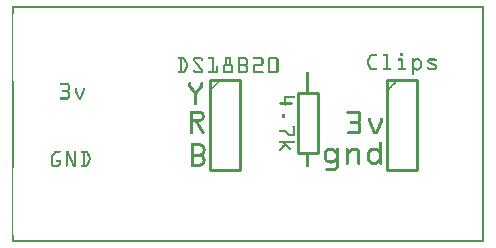
<source format=gto>
G04 MADE WITH FRITZING*
G04 WWW.FRITZING.ORG*
G04 DOUBLE SIDED*
G04 HOLES PLATED*
G04 CONTOUR ON CENTER OF CONTOUR VECTOR*
%ASAXBY*%
%FSLAX23Y23*%
%MOIN*%
%OFA0B0*%
%SFA1.0B1.0*%
%ADD10C,0.010000*%
%ADD11R,0.001000X0.001000*%
%LNSILK1*%
G90*
G70*
G54D10*
X1020Y499D02*
X1020Y299D01*
D02*
X1020Y299D02*
X954Y299D01*
D02*
X954Y299D02*
X954Y499D01*
D02*
X954Y499D02*
X1020Y499D01*
D02*
X1252Y540D02*
X1252Y240D01*
D02*
X1252Y240D02*
X1352Y240D01*
D02*
X1352Y240D02*
X1352Y540D01*
D02*
X1352Y540D02*
X1252Y540D01*
D02*
X661Y540D02*
X661Y240D01*
D02*
X661Y240D02*
X761Y240D01*
D02*
X761Y240D02*
X761Y540D01*
D02*
X761Y540D02*
X661Y540D01*
G54D11*
X1Y787D02*
X1575Y787D01*
X1Y786D02*
X1575Y786D01*
X1Y785D02*
X1575Y785D01*
X1Y784D02*
X1575Y784D01*
X1Y783D02*
X1575Y783D01*
X1Y782D02*
X1575Y782D01*
X1Y781D02*
X1575Y781D01*
X1Y780D02*
X1575Y780D01*
X1Y779D02*
X8Y779D01*
X1568Y779D02*
X1575Y779D01*
X1Y778D02*
X8Y778D01*
X1568Y778D02*
X1575Y778D01*
X1Y777D02*
X8Y777D01*
X1568Y777D02*
X1575Y777D01*
X1Y776D02*
X8Y776D01*
X1568Y776D02*
X1575Y776D01*
X1Y775D02*
X8Y775D01*
X1568Y775D02*
X1575Y775D01*
X1Y774D02*
X8Y774D01*
X1568Y774D02*
X1575Y774D01*
X1Y773D02*
X8Y773D01*
X1568Y773D02*
X1575Y773D01*
X1Y772D02*
X8Y772D01*
X1568Y772D02*
X1575Y772D01*
X1Y771D02*
X8Y771D01*
X1568Y771D02*
X1575Y771D01*
X1Y770D02*
X8Y770D01*
X1568Y770D02*
X1575Y770D01*
X1Y769D02*
X8Y769D01*
X1568Y769D02*
X1575Y769D01*
X1Y768D02*
X8Y768D01*
X1568Y768D02*
X1575Y768D01*
X1Y767D02*
X8Y767D01*
X1568Y767D02*
X1575Y767D01*
X1Y766D02*
X8Y766D01*
X1568Y766D02*
X1575Y766D01*
X1Y765D02*
X8Y765D01*
X1568Y765D02*
X1575Y765D01*
X1Y764D02*
X8Y764D01*
X1568Y764D02*
X1575Y764D01*
X1Y763D02*
X8Y763D01*
X1568Y763D02*
X1575Y763D01*
X1Y762D02*
X8Y762D01*
X1568Y762D02*
X1575Y762D01*
X1Y761D02*
X8Y761D01*
X1568Y761D02*
X1575Y761D01*
X1Y760D02*
X8Y760D01*
X1568Y760D02*
X1575Y760D01*
X1Y759D02*
X3Y759D01*
X1568Y759D02*
X1575Y759D01*
X1Y758D02*
X3Y758D01*
X1568Y758D02*
X1575Y758D01*
X1Y757D02*
X3Y757D01*
X1568Y757D02*
X1575Y757D01*
X1Y756D02*
X3Y756D01*
X1568Y756D02*
X1575Y756D01*
X1Y755D02*
X3Y755D01*
X1568Y755D02*
X1575Y755D01*
X1Y754D02*
X3Y754D01*
X1568Y754D02*
X1575Y754D01*
X1Y753D02*
X3Y753D01*
X1568Y753D02*
X1575Y753D01*
X1Y752D02*
X3Y752D01*
X1568Y752D02*
X1575Y752D01*
X1Y751D02*
X3Y751D01*
X1568Y751D02*
X1575Y751D01*
X1Y750D02*
X3Y750D01*
X1568Y750D02*
X1575Y750D01*
X1Y749D02*
X3Y749D01*
X1568Y749D02*
X1575Y749D01*
X1Y748D02*
X3Y748D01*
X1568Y748D02*
X1575Y748D01*
X1Y747D02*
X3Y747D01*
X1568Y747D02*
X1575Y747D01*
X1Y746D02*
X3Y746D01*
X1568Y746D02*
X1575Y746D01*
X1Y745D02*
X3Y745D01*
X1568Y745D02*
X1575Y745D01*
X1Y744D02*
X3Y744D01*
X1568Y744D02*
X1575Y744D01*
X1Y743D02*
X3Y743D01*
X1568Y743D02*
X1575Y743D01*
X1Y742D02*
X3Y742D01*
X1568Y742D02*
X1575Y742D01*
X1Y741D02*
X3Y741D01*
X1568Y741D02*
X1575Y741D01*
X1Y740D02*
X3Y740D01*
X1568Y740D02*
X1575Y740D01*
X1Y739D02*
X3Y739D01*
X1568Y739D02*
X1575Y739D01*
X1Y738D02*
X3Y738D01*
X1568Y738D02*
X1575Y738D01*
X1Y737D02*
X3Y737D01*
X1568Y737D02*
X1575Y737D01*
X1Y736D02*
X3Y736D01*
X1568Y736D02*
X1575Y736D01*
X1Y735D02*
X3Y735D01*
X1568Y735D02*
X1575Y735D01*
X1Y734D02*
X3Y734D01*
X1568Y734D02*
X1575Y734D01*
X1Y733D02*
X3Y733D01*
X1568Y733D02*
X1575Y733D01*
X1Y732D02*
X3Y732D01*
X1568Y732D02*
X1575Y732D01*
X1Y731D02*
X3Y731D01*
X1568Y731D02*
X1575Y731D01*
X1Y730D02*
X3Y730D01*
X1568Y730D02*
X1575Y730D01*
X1Y729D02*
X3Y729D01*
X1568Y729D02*
X1575Y729D01*
X1Y728D02*
X3Y728D01*
X1568Y728D02*
X1575Y728D01*
X1Y727D02*
X3Y727D01*
X1568Y727D02*
X1575Y727D01*
X1Y726D02*
X3Y726D01*
X1568Y726D02*
X1575Y726D01*
X1Y725D02*
X3Y725D01*
X1568Y725D02*
X1575Y725D01*
X1Y724D02*
X3Y724D01*
X1568Y724D02*
X1575Y724D01*
X1Y723D02*
X3Y723D01*
X1568Y723D02*
X1575Y723D01*
X1Y722D02*
X3Y722D01*
X1568Y722D02*
X1575Y722D01*
X1Y721D02*
X3Y721D01*
X1568Y721D02*
X1575Y721D01*
X1Y720D02*
X3Y720D01*
X1568Y720D02*
X1575Y720D01*
X1Y719D02*
X3Y719D01*
X1568Y719D02*
X1575Y719D01*
X1Y718D02*
X3Y718D01*
X1568Y718D02*
X1575Y718D01*
X1Y717D02*
X3Y717D01*
X1568Y717D02*
X1575Y717D01*
X1Y716D02*
X3Y716D01*
X1568Y716D02*
X1575Y716D01*
X1Y715D02*
X3Y715D01*
X1568Y715D02*
X1575Y715D01*
X1Y714D02*
X3Y714D01*
X1568Y714D02*
X1575Y714D01*
X1Y713D02*
X3Y713D01*
X1568Y713D02*
X1575Y713D01*
X1Y712D02*
X3Y712D01*
X1568Y712D02*
X1575Y712D01*
X1Y711D02*
X3Y711D01*
X1568Y711D02*
X1575Y711D01*
X1Y710D02*
X3Y710D01*
X1568Y710D02*
X1575Y710D01*
X1Y709D02*
X3Y709D01*
X1568Y709D02*
X1575Y709D01*
X1Y708D02*
X3Y708D01*
X1568Y708D02*
X1575Y708D01*
X1Y707D02*
X3Y707D01*
X1568Y707D02*
X1575Y707D01*
X1Y706D02*
X3Y706D01*
X1568Y706D02*
X1575Y706D01*
X1Y705D02*
X3Y705D01*
X1568Y705D02*
X1575Y705D01*
X1Y704D02*
X3Y704D01*
X1568Y704D02*
X1575Y704D01*
X1Y703D02*
X3Y703D01*
X1568Y703D02*
X1575Y703D01*
X1Y702D02*
X3Y702D01*
X1568Y702D02*
X1575Y702D01*
X1Y701D02*
X3Y701D01*
X1568Y701D02*
X1575Y701D01*
X1Y700D02*
X3Y700D01*
X1568Y700D02*
X1575Y700D01*
X1Y699D02*
X3Y699D01*
X1568Y699D02*
X1575Y699D01*
X1Y698D02*
X3Y698D01*
X1568Y698D02*
X1575Y698D01*
X1Y697D02*
X3Y697D01*
X1568Y697D02*
X1575Y697D01*
X1Y696D02*
X3Y696D01*
X1568Y696D02*
X1575Y696D01*
X1Y695D02*
X3Y695D01*
X1568Y695D02*
X1575Y695D01*
X1Y694D02*
X3Y694D01*
X1568Y694D02*
X1575Y694D01*
X1Y693D02*
X3Y693D01*
X1568Y693D02*
X1575Y693D01*
X1Y692D02*
X3Y692D01*
X1568Y692D02*
X1575Y692D01*
X1Y691D02*
X3Y691D01*
X1568Y691D02*
X1575Y691D01*
X1Y690D02*
X3Y690D01*
X1568Y690D02*
X1575Y690D01*
X1Y689D02*
X3Y689D01*
X1568Y689D02*
X1575Y689D01*
X1Y688D02*
X3Y688D01*
X1568Y688D02*
X1575Y688D01*
X1Y687D02*
X3Y687D01*
X1568Y687D02*
X1575Y687D01*
X1Y686D02*
X3Y686D01*
X1568Y686D02*
X1575Y686D01*
X1Y685D02*
X3Y685D01*
X1568Y685D02*
X1575Y685D01*
X1Y684D02*
X3Y684D01*
X1568Y684D02*
X1575Y684D01*
X1Y683D02*
X3Y683D01*
X1568Y683D02*
X1575Y683D01*
X1Y682D02*
X3Y682D01*
X1568Y682D02*
X1575Y682D01*
X1Y681D02*
X3Y681D01*
X1568Y681D02*
X1575Y681D01*
X1Y680D02*
X3Y680D01*
X1568Y680D02*
X1575Y680D01*
X1Y679D02*
X3Y679D01*
X1568Y679D02*
X1575Y679D01*
X1Y678D02*
X3Y678D01*
X1568Y678D02*
X1575Y678D01*
X1Y677D02*
X3Y677D01*
X1568Y677D02*
X1575Y677D01*
X1Y676D02*
X3Y676D01*
X1568Y676D02*
X1575Y676D01*
X1Y675D02*
X3Y675D01*
X1568Y675D02*
X1575Y675D01*
X1Y674D02*
X3Y674D01*
X1568Y674D02*
X1575Y674D01*
X1Y673D02*
X3Y673D01*
X1568Y673D02*
X1575Y673D01*
X1Y672D02*
X3Y672D01*
X1568Y672D02*
X1575Y672D01*
X1Y671D02*
X3Y671D01*
X1568Y671D02*
X1575Y671D01*
X1Y670D02*
X3Y670D01*
X1568Y670D02*
X1575Y670D01*
X1Y669D02*
X3Y669D01*
X1568Y669D02*
X1575Y669D01*
X1Y668D02*
X3Y668D01*
X1568Y668D02*
X1575Y668D01*
X1Y667D02*
X3Y667D01*
X1568Y667D02*
X1575Y667D01*
X1Y666D02*
X3Y666D01*
X1568Y666D02*
X1575Y666D01*
X1Y665D02*
X3Y665D01*
X1568Y665D02*
X1575Y665D01*
X1Y664D02*
X3Y664D01*
X1568Y664D02*
X1575Y664D01*
X1Y663D02*
X3Y663D01*
X1568Y663D02*
X1575Y663D01*
X1Y662D02*
X3Y662D01*
X1568Y662D02*
X1575Y662D01*
X1Y661D02*
X3Y661D01*
X1568Y661D02*
X1575Y661D01*
X1Y660D02*
X3Y660D01*
X1568Y660D02*
X1575Y660D01*
X1Y659D02*
X3Y659D01*
X1568Y659D02*
X1575Y659D01*
X1Y658D02*
X3Y658D01*
X1568Y658D02*
X1575Y658D01*
X1Y657D02*
X3Y657D01*
X1568Y657D02*
X1575Y657D01*
X1Y656D02*
X3Y656D01*
X1568Y656D02*
X1575Y656D01*
X1Y655D02*
X3Y655D01*
X1568Y655D02*
X1575Y655D01*
X1Y654D02*
X3Y654D01*
X1568Y654D02*
X1575Y654D01*
X1Y653D02*
X3Y653D01*
X1568Y653D02*
X1575Y653D01*
X1Y652D02*
X3Y652D01*
X1568Y652D02*
X1575Y652D01*
X1Y651D02*
X3Y651D01*
X1568Y651D02*
X1575Y651D01*
X1Y650D02*
X3Y650D01*
X1568Y650D02*
X1575Y650D01*
X1Y649D02*
X3Y649D01*
X1568Y649D02*
X1575Y649D01*
X1Y648D02*
X3Y648D01*
X1568Y648D02*
X1575Y648D01*
X1Y647D02*
X3Y647D01*
X1568Y647D02*
X1575Y647D01*
X1Y646D02*
X3Y646D01*
X1568Y646D02*
X1575Y646D01*
X1Y645D02*
X3Y645D01*
X1568Y645D02*
X1575Y645D01*
X1Y644D02*
X3Y644D01*
X1568Y644D02*
X1575Y644D01*
X1Y643D02*
X3Y643D01*
X1568Y643D02*
X1575Y643D01*
X1Y642D02*
X3Y642D01*
X1568Y642D02*
X1575Y642D01*
X1Y641D02*
X3Y641D01*
X1568Y641D02*
X1575Y641D01*
X1Y640D02*
X3Y640D01*
X1568Y640D02*
X1575Y640D01*
X1Y639D02*
X3Y639D01*
X1568Y639D02*
X1575Y639D01*
X1Y638D02*
X3Y638D01*
X1568Y638D02*
X1575Y638D01*
X1Y637D02*
X3Y637D01*
X1568Y637D02*
X1575Y637D01*
X1Y636D02*
X3Y636D01*
X1568Y636D02*
X1575Y636D01*
X1Y635D02*
X3Y635D01*
X1568Y635D02*
X1575Y635D01*
X1Y634D02*
X3Y634D01*
X1568Y634D02*
X1575Y634D01*
X1Y633D02*
X3Y633D01*
X1568Y633D02*
X1575Y633D01*
X1Y632D02*
X3Y632D01*
X1568Y632D02*
X1575Y632D01*
X1Y631D02*
X3Y631D01*
X1568Y631D02*
X1575Y631D01*
X1Y630D02*
X3Y630D01*
X1297Y630D02*
X1301Y630D01*
X1568Y630D02*
X1575Y630D01*
X1Y629D02*
X3Y629D01*
X1295Y629D02*
X1303Y629D01*
X1568Y629D02*
X1575Y629D01*
X1Y628D02*
X3Y628D01*
X1295Y628D02*
X1304Y628D01*
X1568Y628D02*
X1575Y628D01*
X1Y627D02*
X3Y627D01*
X1200Y627D02*
X1215Y627D01*
X1240Y627D02*
X1251Y627D01*
X1295Y627D02*
X1304Y627D01*
X1568Y627D02*
X1575Y627D01*
X1Y626D02*
X3Y626D01*
X1197Y626D02*
X1216Y626D01*
X1238Y626D02*
X1253Y626D01*
X1294Y626D02*
X1304Y626D01*
X1568Y626D02*
X1575Y626D01*
X1Y625D02*
X3Y625D01*
X1195Y625D02*
X1217Y625D01*
X1238Y625D02*
X1253Y625D01*
X1294Y625D02*
X1304Y625D01*
X1568Y625D02*
X1575Y625D01*
X1Y624D02*
X3Y624D01*
X1194Y624D02*
X1217Y624D01*
X1237Y624D02*
X1254Y624D01*
X1294Y624D02*
X1304Y624D01*
X1568Y624D02*
X1575Y624D01*
X1Y623D02*
X3Y623D01*
X1193Y623D02*
X1217Y623D01*
X1238Y623D02*
X1254Y623D01*
X1295Y623D02*
X1304Y623D01*
X1568Y623D02*
X1575Y623D01*
X1Y622D02*
X3Y622D01*
X1193Y622D02*
X1217Y622D01*
X1238Y622D02*
X1254Y622D01*
X1295Y622D02*
X1303Y622D01*
X1568Y622D02*
X1575Y622D01*
X1Y621D02*
X3Y621D01*
X1192Y621D02*
X1216Y621D01*
X1239Y621D02*
X1254Y621D01*
X1296Y621D02*
X1303Y621D01*
X1568Y621D02*
X1575Y621D01*
X1Y620D02*
X3Y620D01*
X1192Y620D02*
X1200Y620D01*
X1248Y620D02*
X1254Y620D01*
X1568Y620D02*
X1575Y620D01*
X1Y619D02*
X3Y619D01*
X1191Y619D02*
X1198Y619D01*
X1248Y619D02*
X1254Y619D01*
X1568Y619D02*
X1575Y619D01*
X1Y618D02*
X3Y618D01*
X1191Y618D02*
X1198Y618D01*
X1248Y618D02*
X1254Y618D01*
X1568Y618D02*
X1575Y618D01*
X1Y617D02*
X3Y617D01*
X1190Y617D02*
X1197Y617D01*
X1248Y617D02*
X1254Y617D01*
X1568Y617D02*
X1575Y617D01*
X1Y616D02*
X3Y616D01*
X555Y616D02*
X573Y616D01*
X609Y616D02*
X632Y616D01*
X656Y616D02*
X674Y616D01*
X713Y616D02*
X730Y616D01*
X755Y616D02*
X779Y616D01*
X806Y616D02*
X835Y616D01*
X859Y616D02*
X885Y616D01*
X1190Y616D02*
X1197Y616D01*
X1248Y616D02*
X1254Y616D01*
X1568Y616D02*
X1575Y616D01*
X1Y615D02*
X3Y615D01*
X555Y615D02*
X575Y615D01*
X607Y615D02*
X634Y615D01*
X655Y615D02*
X674Y615D01*
X712Y615D02*
X731Y615D01*
X755Y615D02*
X781Y615D01*
X806Y615D02*
X836Y615D01*
X858Y615D02*
X886Y615D01*
X1189Y615D02*
X1196Y615D01*
X1248Y615D02*
X1254Y615D01*
X1568Y615D02*
X1575Y615D01*
X1Y614D02*
X3Y614D01*
X554Y614D02*
X576Y614D01*
X606Y614D02*
X635Y614D01*
X655Y614D02*
X674Y614D01*
X712Y614D02*
X731Y614D01*
X755Y614D02*
X783Y614D01*
X805Y614D02*
X837Y614D01*
X857Y614D02*
X887Y614D01*
X1189Y614D02*
X1196Y614D01*
X1248Y614D02*
X1254Y614D01*
X1351Y614D02*
X1351Y614D01*
X1568Y614D02*
X1575Y614D01*
X1Y613D02*
X3Y613D01*
X554Y613D02*
X577Y613D01*
X605Y613D02*
X636Y613D01*
X655Y613D02*
X674Y613D01*
X712Y613D02*
X731Y613D01*
X755Y613D02*
X784Y613D01*
X805Y613D02*
X838Y613D01*
X856Y613D02*
X888Y613D01*
X1188Y613D02*
X1195Y613D01*
X1248Y613D02*
X1254Y613D01*
X1336Y613D02*
X1339Y613D01*
X1347Y613D02*
X1356Y613D01*
X1568Y613D02*
X1575Y613D01*
X1Y612D02*
X3Y612D01*
X554Y612D02*
X578Y612D01*
X605Y612D02*
X637Y612D01*
X655Y612D02*
X674Y612D01*
X712Y612D02*
X731Y612D01*
X755Y612D02*
X785Y612D01*
X805Y612D02*
X838Y612D01*
X856Y612D02*
X888Y612D01*
X1188Y612D02*
X1195Y612D01*
X1248Y612D02*
X1254Y612D01*
X1289Y612D02*
X1302Y612D01*
X1335Y612D02*
X1340Y612D01*
X1345Y612D02*
X1358Y612D01*
X1391Y612D02*
X1411Y612D01*
X1568Y612D02*
X1575Y612D01*
X1Y611D02*
X3Y611D01*
X555Y611D02*
X579Y611D01*
X605Y611D02*
X637Y611D01*
X655Y611D02*
X674Y611D01*
X712Y611D02*
X731Y611D01*
X755Y611D02*
X786Y611D01*
X806Y611D02*
X838Y611D01*
X855Y611D02*
X889Y611D01*
X1187Y611D02*
X1194Y611D01*
X1248Y611D02*
X1254Y611D01*
X1288Y611D02*
X1303Y611D01*
X1334Y611D02*
X1340Y611D01*
X1344Y611D02*
X1359Y611D01*
X1389Y611D02*
X1414Y611D01*
X1568Y611D02*
X1575Y611D01*
X1Y610D02*
X3Y610D01*
X556Y610D02*
X579Y610D01*
X604Y610D02*
X637Y610D01*
X657Y610D02*
X674Y610D01*
X712Y610D02*
X731Y610D01*
X755Y610D02*
X786Y610D01*
X807Y610D02*
X839Y610D01*
X855Y610D02*
X889Y610D01*
X1187Y610D02*
X1194Y610D01*
X1248Y610D02*
X1254Y610D01*
X1288Y610D02*
X1304Y610D01*
X1334Y610D02*
X1340Y610D01*
X1343Y610D02*
X1360Y610D01*
X1388Y610D02*
X1415Y610D01*
X1568Y610D02*
X1575Y610D01*
X1Y609D02*
X3Y609D01*
X561Y609D02*
X567Y609D01*
X573Y609D02*
X580Y609D01*
X604Y609D02*
X610Y609D01*
X631Y609D02*
X638Y609D01*
X668Y609D02*
X674Y609D01*
X712Y609D02*
X718Y609D01*
X725Y609D02*
X731Y609D01*
X755Y609D02*
X761Y609D01*
X778Y609D02*
X787Y609D01*
X833Y609D02*
X839Y609D01*
X855Y609D02*
X861Y609D01*
X883Y609D02*
X889Y609D01*
X1186Y609D02*
X1193Y609D01*
X1248Y609D02*
X1254Y609D01*
X1288Y609D02*
X1304Y609D01*
X1334Y609D02*
X1361Y609D01*
X1387Y609D02*
X1416Y609D01*
X1568Y609D02*
X1575Y609D01*
X1Y608D02*
X3Y608D01*
X561Y608D02*
X567Y608D01*
X573Y608D02*
X580Y608D01*
X604Y608D02*
X611Y608D01*
X632Y608D02*
X638Y608D01*
X668Y608D02*
X674Y608D01*
X712Y608D02*
X718Y608D01*
X725Y608D02*
X731Y608D01*
X755Y608D02*
X761Y608D01*
X780Y608D02*
X787Y608D01*
X833Y608D02*
X839Y608D01*
X855Y608D02*
X861Y608D01*
X883Y608D02*
X889Y608D01*
X1186Y608D02*
X1193Y608D01*
X1248Y608D02*
X1254Y608D01*
X1288Y608D02*
X1304Y608D01*
X1334Y608D02*
X1362Y608D01*
X1387Y608D02*
X1417Y608D01*
X1568Y608D02*
X1575Y608D01*
X1Y607D02*
X3Y607D01*
X561Y607D02*
X567Y607D01*
X574Y607D02*
X581Y607D01*
X605Y607D02*
X611Y607D01*
X632Y607D02*
X638Y607D01*
X668Y607D02*
X674Y607D01*
X712Y607D02*
X718Y607D01*
X725Y607D02*
X731Y607D01*
X755Y607D02*
X761Y607D01*
X781Y607D02*
X788Y607D01*
X833Y607D02*
X839Y607D01*
X855Y607D02*
X861Y607D01*
X883Y607D02*
X889Y607D01*
X1185Y607D02*
X1192Y607D01*
X1248Y607D02*
X1254Y607D01*
X1288Y607D02*
X1304Y607D01*
X1334Y607D02*
X1364Y607D01*
X1386Y607D02*
X1417Y607D01*
X1568Y607D02*
X1575Y607D01*
X1Y606D02*
X3Y606D01*
X561Y606D02*
X567Y606D01*
X574Y606D02*
X581Y606D01*
X605Y606D02*
X612Y606D01*
X632Y606D02*
X637Y606D01*
X668Y606D02*
X674Y606D01*
X712Y606D02*
X718Y606D01*
X725Y606D02*
X731Y606D01*
X755Y606D02*
X761Y606D01*
X782Y606D02*
X788Y606D01*
X833Y606D02*
X839Y606D01*
X855Y606D02*
X861Y606D01*
X883Y606D02*
X889Y606D01*
X1185Y606D02*
X1192Y606D01*
X1248Y606D02*
X1254Y606D01*
X1289Y606D02*
X1304Y606D01*
X1334Y606D02*
X1348Y606D01*
X1355Y606D02*
X1365Y606D01*
X1386Y606D02*
X1417Y606D01*
X1568Y606D02*
X1575Y606D01*
X1Y605D02*
X3Y605D01*
X561Y605D02*
X567Y605D01*
X575Y605D02*
X582Y605D01*
X605Y605D02*
X613Y605D01*
X633Y605D02*
X637Y605D01*
X668Y605D02*
X674Y605D01*
X712Y605D02*
X718Y605D01*
X725Y605D02*
X731Y605D01*
X755Y605D02*
X761Y605D01*
X782Y605D02*
X788Y605D01*
X833Y605D02*
X839Y605D01*
X855Y605D02*
X861Y605D01*
X883Y605D02*
X889Y605D01*
X1185Y605D02*
X1191Y605D01*
X1248Y605D02*
X1254Y605D01*
X1298Y605D02*
X1304Y605D01*
X1334Y605D02*
X1347Y605D01*
X1356Y605D02*
X1365Y605D01*
X1386Y605D02*
X1392Y605D01*
X1411Y605D02*
X1417Y605D01*
X1568Y605D02*
X1575Y605D01*
X1Y604D02*
X3Y604D01*
X561Y604D02*
X567Y604D01*
X575Y604D02*
X582Y604D01*
X606Y604D02*
X614Y604D01*
X635Y604D02*
X635Y604D01*
X668Y604D02*
X674Y604D01*
X712Y604D02*
X718Y604D01*
X725Y604D02*
X731Y604D01*
X755Y604D02*
X761Y604D01*
X782Y604D02*
X788Y604D01*
X833Y604D02*
X839Y604D01*
X855Y604D02*
X861Y604D01*
X883Y604D02*
X889Y604D01*
X1184Y604D02*
X1191Y604D01*
X1248Y604D02*
X1254Y604D01*
X1298Y604D02*
X1304Y604D01*
X1334Y604D02*
X1346Y604D01*
X1357Y604D02*
X1366Y604D01*
X1385Y604D02*
X1391Y604D01*
X1412Y604D02*
X1417Y604D01*
X1568Y604D02*
X1575Y604D01*
X1Y603D02*
X3Y603D01*
X561Y603D02*
X567Y603D01*
X576Y603D02*
X583Y603D01*
X607Y603D02*
X615Y603D01*
X668Y603D02*
X674Y603D01*
X712Y603D02*
X718Y603D01*
X725Y603D02*
X731Y603D01*
X755Y603D02*
X761Y603D01*
X782Y603D02*
X788Y603D01*
X833Y603D02*
X839Y603D01*
X855Y603D02*
X861Y603D01*
X883Y603D02*
X889Y603D01*
X1184Y603D02*
X1190Y603D01*
X1248Y603D02*
X1254Y603D01*
X1298Y603D02*
X1304Y603D01*
X1334Y603D02*
X1345Y603D01*
X1358Y603D02*
X1367Y603D01*
X1386Y603D02*
X1391Y603D01*
X1413Y603D02*
X1415Y603D01*
X1568Y603D02*
X1575Y603D01*
X1Y602D02*
X3Y602D01*
X561Y602D02*
X567Y602D01*
X576Y602D02*
X583Y602D01*
X607Y602D02*
X615Y602D01*
X668Y602D02*
X674Y602D01*
X712Y602D02*
X718Y602D01*
X725Y602D02*
X731Y602D01*
X755Y602D02*
X761Y602D01*
X782Y602D02*
X788Y602D01*
X833Y602D02*
X839Y602D01*
X855Y602D02*
X861Y602D01*
X883Y602D02*
X889Y602D01*
X1184Y602D02*
X1190Y602D01*
X1248Y602D02*
X1254Y602D01*
X1298Y602D02*
X1304Y602D01*
X1334Y602D02*
X1344Y602D01*
X1360Y602D02*
X1367Y602D01*
X1386Y602D02*
X1392Y602D01*
X1568Y602D02*
X1575Y602D01*
X1Y601D02*
X3Y601D01*
X561Y601D02*
X567Y601D01*
X577Y601D02*
X584Y601D01*
X608Y601D02*
X616Y601D01*
X668Y601D02*
X674Y601D01*
X712Y601D02*
X718Y601D01*
X725Y601D02*
X731Y601D01*
X755Y601D02*
X761Y601D01*
X782Y601D02*
X788Y601D01*
X833Y601D02*
X839Y601D01*
X855Y601D02*
X861Y601D01*
X883Y601D02*
X889Y601D01*
X1184Y601D02*
X1190Y601D01*
X1248Y601D02*
X1254Y601D01*
X1298Y601D02*
X1304Y601D01*
X1334Y601D02*
X1343Y601D01*
X1361Y601D02*
X1368Y601D01*
X1386Y601D02*
X1394Y601D01*
X1568Y601D02*
X1575Y601D01*
X1Y600D02*
X3Y600D01*
X561Y600D02*
X567Y600D01*
X577Y600D02*
X584Y600D01*
X609Y600D02*
X617Y600D01*
X668Y600D02*
X674Y600D01*
X712Y600D02*
X718Y600D01*
X725Y600D02*
X731Y600D01*
X755Y600D02*
X761Y600D01*
X782Y600D02*
X788Y600D01*
X833Y600D02*
X839Y600D01*
X855Y600D02*
X861Y600D01*
X883Y600D02*
X889Y600D01*
X1184Y600D02*
X1190Y600D01*
X1248Y600D02*
X1254Y600D01*
X1298Y600D02*
X1304Y600D01*
X1334Y600D02*
X1342Y600D01*
X1361Y600D02*
X1368Y600D01*
X1386Y600D02*
X1397Y600D01*
X1568Y600D02*
X1575Y600D01*
X1Y599D02*
X3Y599D01*
X561Y599D02*
X567Y599D01*
X578Y599D02*
X585Y599D01*
X610Y599D02*
X618Y599D01*
X668Y599D02*
X674Y599D01*
X712Y599D02*
X718Y599D01*
X725Y599D02*
X731Y599D01*
X755Y599D02*
X761Y599D01*
X782Y599D02*
X788Y599D01*
X833Y599D02*
X839Y599D01*
X855Y599D02*
X861Y599D01*
X883Y599D02*
X889Y599D01*
X1184Y599D02*
X1190Y599D01*
X1248Y599D02*
X1254Y599D01*
X1298Y599D02*
X1304Y599D01*
X1334Y599D02*
X1341Y599D01*
X1362Y599D02*
X1368Y599D01*
X1387Y599D02*
X1399Y599D01*
X1568Y599D02*
X1575Y599D01*
X1Y598D02*
X3Y598D01*
X561Y598D02*
X567Y598D01*
X578Y598D02*
X585Y598D01*
X611Y598D02*
X619Y598D01*
X668Y598D02*
X674Y598D01*
X712Y598D02*
X718Y598D01*
X725Y598D02*
X731Y598D01*
X755Y598D02*
X761Y598D01*
X782Y598D02*
X788Y598D01*
X833Y598D02*
X839Y598D01*
X855Y598D02*
X861Y598D01*
X883Y598D02*
X889Y598D01*
X1184Y598D02*
X1190Y598D01*
X1248Y598D02*
X1254Y598D01*
X1298Y598D02*
X1304Y598D01*
X1334Y598D02*
X1341Y598D01*
X1362Y598D02*
X1368Y598D01*
X1388Y598D02*
X1401Y598D01*
X1568Y598D02*
X1575Y598D01*
X1Y597D02*
X3Y597D01*
X561Y597D02*
X567Y597D01*
X579Y597D02*
X586Y597D01*
X611Y597D02*
X619Y597D01*
X668Y597D02*
X674Y597D01*
X712Y597D02*
X718Y597D01*
X725Y597D02*
X731Y597D01*
X755Y597D02*
X761Y597D01*
X782Y597D02*
X788Y597D01*
X833Y597D02*
X839Y597D01*
X855Y597D02*
X861Y597D01*
X883Y597D02*
X889Y597D01*
X1184Y597D02*
X1190Y597D01*
X1248Y597D02*
X1254Y597D01*
X1298Y597D02*
X1304Y597D01*
X1334Y597D02*
X1340Y597D01*
X1362Y597D02*
X1368Y597D01*
X1388Y597D02*
X1404Y597D01*
X1568Y597D02*
X1575Y597D01*
X1Y596D02*
X3Y596D01*
X561Y596D02*
X567Y596D01*
X580Y596D02*
X586Y596D01*
X612Y596D02*
X620Y596D01*
X668Y596D02*
X674Y596D01*
X712Y596D02*
X718Y596D01*
X725Y596D02*
X731Y596D01*
X755Y596D02*
X761Y596D01*
X781Y596D02*
X788Y596D01*
X833Y596D02*
X839Y596D01*
X855Y596D02*
X861Y596D01*
X883Y596D02*
X889Y596D01*
X1184Y596D02*
X1191Y596D01*
X1248Y596D02*
X1254Y596D01*
X1298Y596D02*
X1304Y596D01*
X1334Y596D02*
X1340Y596D01*
X1362Y596D02*
X1368Y596D01*
X1390Y596D02*
X1406Y596D01*
X1568Y596D02*
X1575Y596D01*
X1Y595D02*
X3Y595D01*
X561Y595D02*
X567Y595D01*
X580Y595D02*
X587Y595D01*
X613Y595D02*
X621Y595D01*
X668Y595D02*
X674Y595D01*
X712Y595D02*
X718Y595D01*
X725Y595D02*
X731Y595D01*
X755Y595D02*
X761Y595D01*
X780Y595D02*
X787Y595D01*
X833Y595D02*
X839Y595D01*
X855Y595D02*
X861Y595D01*
X883Y595D02*
X889Y595D01*
X1185Y595D02*
X1191Y595D01*
X1248Y595D02*
X1254Y595D01*
X1298Y595D02*
X1304Y595D01*
X1334Y595D02*
X1340Y595D01*
X1362Y595D02*
X1368Y595D01*
X1392Y595D02*
X1408Y595D01*
X1568Y595D02*
X1575Y595D01*
X1Y594D02*
X3Y594D01*
X561Y594D02*
X567Y594D01*
X581Y594D02*
X587Y594D01*
X614Y594D02*
X622Y594D01*
X668Y594D02*
X674Y594D01*
X712Y594D02*
X718Y594D01*
X725Y594D02*
X731Y594D01*
X755Y594D02*
X761Y594D01*
X778Y594D02*
X787Y594D01*
X833Y594D02*
X839Y594D01*
X855Y594D02*
X861Y594D01*
X883Y594D02*
X889Y594D01*
X1185Y594D02*
X1192Y594D01*
X1248Y594D02*
X1254Y594D01*
X1298Y594D02*
X1304Y594D01*
X1334Y594D02*
X1340Y594D01*
X1362Y594D02*
X1368Y594D01*
X1394Y594D02*
X1411Y594D01*
X1568Y594D02*
X1575Y594D01*
X1Y593D02*
X3Y593D01*
X561Y593D02*
X567Y593D01*
X581Y593D02*
X587Y593D01*
X614Y593D02*
X622Y593D01*
X668Y593D02*
X674Y593D01*
X710Y593D02*
X733Y593D01*
X755Y593D02*
X786Y593D01*
X811Y593D02*
X839Y593D01*
X855Y593D02*
X861Y593D01*
X883Y593D02*
X889Y593D01*
X1185Y593D02*
X1192Y593D01*
X1248Y593D02*
X1254Y593D01*
X1298Y593D02*
X1304Y593D01*
X1334Y593D02*
X1340Y593D01*
X1362Y593D02*
X1368Y593D01*
X1396Y593D02*
X1413Y593D01*
X1568Y593D02*
X1575Y593D01*
X1Y592D02*
X3Y592D01*
X561Y592D02*
X567Y592D01*
X581Y592D02*
X587Y592D01*
X615Y592D02*
X623Y592D01*
X668Y592D02*
X674Y592D01*
X708Y592D02*
X735Y592D01*
X755Y592D02*
X786Y592D01*
X808Y592D02*
X838Y592D01*
X855Y592D02*
X861Y592D01*
X883Y592D02*
X889Y592D01*
X1186Y592D02*
X1193Y592D01*
X1248Y592D02*
X1254Y592D01*
X1298Y592D02*
X1304Y592D01*
X1334Y592D02*
X1340Y592D01*
X1362Y592D02*
X1368Y592D01*
X1399Y592D02*
X1414Y592D01*
X1568Y592D02*
X1575Y592D01*
X1Y591D02*
X3Y591D01*
X561Y591D02*
X567Y591D01*
X581Y591D02*
X588Y591D01*
X616Y591D02*
X624Y591D01*
X668Y591D02*
X674Y591D01*
X707Y591D02*
X736Y591D01*
X755Y591D02*
X785Y591D01*
X807Y591D02*
X838Y591D01*
X855Y591D02*
X861Y591D01*
X883Y591D02*
X889Y591D01*
X1186Y591D02*
X1193Y591D01*
X1248Y591D02*
X1254Y591D01*
X1298Y591D02*
X1304Y591D01*
X1334Y591D02*
X1340Y591D01*
X1362Y591D02*
X1368Y591D01*
X1401Y591D02*
X1415Y591D01*
X1568Y591D02*
X1575Y591D01*
X1Y590D02*
X3Y590D01*
X561Y590D02*
X567Y590D01*
X582Y590D02*
X588Y590D01*
X617Y590D02*
X625Y590D01*
X668Y590D02*
X674Y590D01*
X706Y590D02*
X737Y590D01*
X755Y590D02*
X784Y590D01*
X806Y590D02*
X838Y590D01*
X855Y590D02*
X861Y590D01*
X883Y590D02*
X889Y590D01*
X1187Y590D02*
X1194Y590D01*
X1248Y590D02*
X1254Y590D01*
X1298Y590D02*
X1304Y590D01*
X1334Y590D02*
X1340Y590D01*
X1362Y590D02*
X1368Y590D01*
X1403Y590D02*
X1416Y590D01*
X1568Y590D02*
X1575Y590D01*
X1Y589D02*
X3Y589D01*
X561Y589D02*
X567Y589D01*
X582Y589D02*
X588Y589D01*
X617Y589D02*
X626Y589D01*
X668Y589D02*
X674Y589D01*
X705Y589D02*
X738Y589D01*
X755Y589D02*
X784Y589D01*
X806Y589D02*
X837Y589D01*
X855Y589D02*
X861Y589D01*
X883Y589D02*
X889Y589D01*
X1187Y589D02*
X1194Y589D01*
X1248Y589D02*
X1254Y589D01*
X1298Y589D02*
X1304Y589D01*
X1334Y589D02*
X1340Y589D01*
X1362Y589D02*
X1368Y589D01*
X1406Y589D02*
X1417Y589D01*
X1568Y589D02*
X1575Y589D01*
X1Y588D02*
X3Y588D01*
X561Y588D02*
X567Y588D01*
X581Y588D02*
X588Y588D01*
X618Y588D02*
X626Y588D01*
X668Y588D02*
X674Y588D01*
X705Y588D02*
X738Y588D01*
X755Y588D02*
X785Y588D01*
X805Y588D02*
X836Y588D01*
X855Y588D02*
X861Y588D01*
X883Y588D02*
X889Y588D01*
X1188Y588D02*
X1195Y588D01*
X1248Y588D02*
X1254Y588D01*
X1298Y588D02*
X1304Y588D01*
X1334Y588D02*
X1340Y588D01*
X1362Y588D02*
X1368Y588D01*
X1408Y588D02*
X1417Y588D01*
X1568Y588D02*
X1575Y588D01*
X1Y587D02*
X3Y587D01*
X561Y587D02*
X567Y587D01*
X581Y587D02*
X587Y587D01*
X619Y587D02*
X627Y587D01*
X668Y587D02*
X674Y587D01*
X684Y587D02*
X686Y587D01*
X705Y587D02*
X738Y587D01*
X755Y587D02*
X786Y587D01*
X805Y587D02*
X835Y587D01*
X855Y587D02*
X861Y587D01*
X883Y587D02*
X889Y587D01*
X1188Y587D02*
X1195Y587D01*
X1248Y587D02*
X1254Y587D01*
X1298Y587D02*
X1304Y587D01*
X1334Y587D02*
X1341Y587D01*
X1362Y587D02*
X1368Y587D01*
X1410Y587D02*
X1418Y587D01*
X1568Y587D02*
X1575Y587D01*
X1Y586D02*
X3Y586D01*
X561Y586D02*
X567Y586D01*
X581Y586D02*
X587Y586D01*
X620Y586D02*
X628Y586D01*
X668Y586D02*
X674Y586D01*
X683Y586D02*
X687Y586D01*
X705Y586D02*
X711Y586D01*
X732Y586D02*
X738Y586D01*
X755Y586D02*
X761Y586D01*
X777Y586D02*
X787Y586D01*
X805Y586D02*
X811Y586D01*
X855Y586D02*
X861Y586D01*
X883Y586D02*
X889Y586D01*
X1189Y586D02*
X1196Y586D01*
X1248Y586D02*
X1254Y586D01*
X1298Y586D02*
X1304Y586D01*
X1334Y586D02*
X1341Y586D01*
X1362Y586D02*
X1368Y586D01*
X1411Y586D02*
X1418Y586D01*
X1568Y586D02*
X1575Y586D01*
X1Y585D02*
X3Y585D01*
X561Y585D02*
X567Y585D01*
X580Y585D02*
X587Y585D01*
X621Y585D02*
X629Y585D01*
X668Y585D02*
X674Y585D01*
X682Y585D02*
X688Y585D01*
X705Y585D02*
X711Y585D01*
X732Y585D02*
X738Y585D01*
X755Y585D02*
X761Y585D01*
X779Y585D02*
X787Y585D01*
X805Y585D02*
X811Y585D01*
X855Y585D02*
X861Y585D01*
X883Y585D02*
X889Y585D01*
X1189Y585D02*
X1196Y585D01*
X1248Y585D02*
X1254Y585D01*
X1298Y585D02*
X1304Y585D01*
X1334Y585D02*
X1342Y585D01*
X1361Y585D02*
X1368Y585D01*
X1412Y585D02*
X1418Y585D01*
X1568Y585D02*
X1575Y585D01*
X1Y584D02*
X3Y584D01*
X561Y584D02*
X567Y584D01*
X580Y584D02*
X586Y584D01*
X621Y584D02*
X629Y584D01*
X668Y584D02*
X674Y584D01*
X682Y584D02*
X688Y584D01*
X705Y584D02*
X711Y584D01*
X732Y584D02*
X738Y584D01*
X755Y584D02*
X761Y584D01*
X780Y584D02*
X788Y584D01*
X805Y584D02*
X811Y584D01*
X855Y584D02*
X861Y584D01*
X883Y584D02*
X889Y584D01*
X1190Y584D02*
X1197Y584D01*
X1248Y584D02*
X1254Y584D01*
X1298Y584D02*
X1304Y584D01*
X1334Y584D02*
X1343Y584D01*
X1360Y584D02*
X1367Y584D01*
X1412Y584D02*
X1418Y584D01*
X1568Y584D02*
X1575Y584D01*
X1Y583D02*
X3Y583D01*
X561Y583D02*
X567Y583D01*
X579Y583D02*
X586Y583D01*
X622Y583D02*
X630Y583D01*
X668Y583D02*
X674Y583D01*
X682Y583D02*
X688Y583D01*
X705Y583D02*
X711Y583D01*
X732Y583D02*
X738Y583D01*
X755Y583D02*
X761Y583D01*
X781Y583D02*
X788Y583D01*
X805Y583D02*
X811Y583D01*
X855Y583D02*
X861Y583D01*
X883Y583D02*
X889Y583D01*
X1191Y583D02*
X1197Y583D01*
X1248Y583D02*
X1254Y583D01*
X1298Y583D02*
X1304Y583D01*
X1334Y583D02*
X1344Y583D01*
X1359Y583D02*
X1367Y583D01*
X1412Y583D02*
X1418Y583D01*
X1568Y583D02*
X1575Y583D01*
X1Y582D02*
X3Y582D01*
X561Y582D02*
X567Y582D01*
X579Y582D02*
X586Y582D01*
X623Y582D02*
X631Y582D01*
X668Y582D02*
X674Y582D01*
X682Y582D02*
X688Y582D01*
X705Y582D02*
X711Y582D01*
X732Y582D02*
X738Y582D01*
X755Y582D02*
X761Y582D01*
X782Y582D02*
X788Y582D01*
X805Y582D02*
X811Y582D01*
X855Y582D02*
X861Y582D01*
X883Y582D02*
X889Y582D01*
X1191Y582D02*
X1198Y582D01*
X1248Y582D02*
X1254Y582D01*
X1298Y582D02*
X1304Y582D01*
X1334Y582D02*
X1345Y582D01*
X1358Y582D02*
X1367Y582D01*
X1386Y582D02*
X1390Y582D01*
X1411Y582D02*
X1418Y582D01*
X1568Y582D02*
X1575Y582D01*
X1Y581D02*
X3Y581D01*
X561Y581D02*
X567Y581D01*
X578Y581D02*
X585Y581D01*
X624Y581D02*
X632Y581D01*
X668Y581D02*
X674Y581D01*
X682Y581D02*
X688Y581D01*
X705Y581D02*
X711Y581D01*
X732Y581D02*
X738Y581D01*
X755Y581D02*
X761Y581D01*
X782Y581D02*
X788Y581D01*
X805Y581D02*
X811Y581D01*
X855Y581D02*
X861Y581D01*
X883Y581D02*
X889Y581D01*
X1192Y581D02*
X1199Y581D01*
X1248Y581D02*
X1254Y581D01*
X1298Y581D02*
X1304Y581D01*
X1334Y581D02*
X1346Y581D01*
X1356Y581D02*
X1366Y581D01*
X1385Y581D02*
X1391Y581D01*
X1411Y581D02*
X1418Y581D01*
X1568Y581D02*
X1575Y581D01*
X1Y580D02*
X3Y580D01*
X561Y580D02*
X567Y580D01*
X578Y580D02*
X585Y580D01*
X624Y580D02*
X633Y580D01*
X668Y580D02*
X674Y580D01*
X682Y580D02*
X688Y580D01*
X705Y580D02*
X711Y580D01*
X732Y580D02*
X738Y580D01*
X755Y580D02*
X761Y580D01*
X782Y580D02*
X788Y580D01*
X805Y580D02*
X811Y580D01*
X855Y580D02*
X861Y580D01*
X883Y580D02*
X889Y580D01*
X1192Y580D02*
X1214Y580D01*
X1240Y580D02*
X1261Y580D01*
X1290Y580D02*
X1311Y580D01*
X1334Y580D02*
X1347Y580D01*
X1355Y580D02*
X1365Y580D01*
X1385Y580D02*
X1417Y580D01*
X1568Y580D02*
X1575Y580D01*
X1Y579D02*
X3Y579D01*
X561Y579D02*
X567Y579D01*
X577Y579D02*
X584Y579D01*
X625Y579D02*
X633Y579D01*
X668Y579D02*
X674Y579D01*
X682Y579D02*
X688Y579D01*
X705Y579D02*
X711Y579D01*
X732Y579D02*
X738Y579D01*
X755Y579D02*
X761Y579D01*
X782Y579D02*
X788Y579D01*
X805Y579D02*
X811Y579D01*
X855Y579D02*
X861Y579D01*
X883Y579D02*
X889Y579D01*
X1193Y579D02*
X1216Y579D01*
X1238Y579D02*
X1263Y579D01*
X1289Y579D02*
X1313Y579D01*
X1334Y579D02*
X1349Y579D01*
X1354Y579D02*
X1364Y579D01*
X1385Y579D02*
X1417Y579D01*
X1568Y579D02*
X1575Y579D01*
X1Y578D02*
X3Y578D01*
X561Y578D02*
X567Y578D01*
X577Y578D02*
X584Y578D01*
X626Y578D02*
X634Y578D01*
X668Y578D02*
X674Y578D01*
X682Y578D02*
X688Y578D01*
X705Y578D02*
X711Y578D01*
X732Y578D02*
X738Y578D01*
X755Y578D02*
X761Y578D01*
X782Y578D02*
X788Y578D01*
X805Y578D02*
X811Y578D01*
X855Y578D02*
X861Y578D01*
X883Y578D02*
X889Y578D01*
X1193Y578D02*
X1217Y578D01*
X1238Y578D02*
X1264Y578D01*
X1288Y578D02*
X1314Y578D01*
X1334Y578D02*
X1363Y578D01*
X1385Y578D02*
X1416Y578D01*
X1568Y578D02*
X1575Y578D01*
X1Y577D02*
X3Y577D01*
X561Y577D02*
X567Y577D01*
X576Y577D02*
X583Y577D01*
X627Y577D02*
X635Y577D01*
X668Y577D02*
X674Y577D01*
X682Y577D02*
X688Y577D01*
X705Y577D02*
X711Y577D01*
X732Y577D02*
X738Y577D01*
X755Y577D02*
X761Y577D01*
X782Y577D02*
X788Y577D01*
X805Y577D02*
X811Y577D01*
X855Y577D02*
X861Y577D01*
X883Y577D02*
X889Y577D01*
X1194Y577D02*
X1217Y577D01*
X1237Y577D02*
X1264Y577D01*
X1288Y577D02*
X1314Y577D01*
X1334Y577D02*
X1362Y577D01*
X1386Y577D02*
X1416Y577D01*
X1568Y577D02*
X1575Y577D01*
X1Y576D02*
X3Y576D01*
X561Y576D02*
X567Y576D01*
X576Y576D02*
X583Y576D01*
X628Y576D02*
X636Y576D01*
X668Y576D02*
X674Y576D01*
X682Y576D02*
X688Y576D01*
X705Y576D02*
X711Y576D01*
X732Y576D02*
X738Y576D01*
X755Y576D02*
X761Y576D01*
X782Y576D02*
X788Y576D01*
X805Y576D02*
X811Y576D01*
X855Y576D02*
X861Y576D01*
X883Y576D02*
X889Y576D01*
X1195Y576D02*
X1217Y576D01*
X1238Y576D02*
X1264Y576D01*
X1288Y576D02*
X1314Y576D01*
X1334Y576D02*
X1340Y576D01*
X1342Y576D02*
X1360Y576D01*
X1387Y576D02*
X1415Y576D01*
X1568Y576D02*
X1575Y576D01*
X1Y575D02*
X3Y575D01*
X561Y575D02*
X567Y575D01*
X575Y575D02*
X582Y575D01*
X606Y575D02*
X608Y575D01*
X628Y575D02*
X636Y575D01*
X668Y575D02*
X674Y575D01*
X682Y575D02*
X688Y575D01*
X705Y575D02*
X711Y575D01*
X732Y575D02*
X738Y575D01*
X755Y575D02*
X761Y575D01*
X782Y575D02*
X788Y575D01*
X805Y575D02*
X811Y575D01*
X855Y575D02*
X861Y575D01*
X883Y575D02*
X889Y575D01*
X1196Y575D02*
X1217Y575D01*
X1238Y575D02*
X1264Y575D01*
X1288Y575D02*
X1314Y575D01*
X1334Y575D02*
X1340Y575D01*
X1343Y575D02*
X1359Y575D01*
X1388Y575D02*
X1413Y575D01*
X1568Y575D02*
X1575Y575D01*
X1Y574D02*
X3Y574D01*
X561Y574D02*
X567Y574D01*
X575Y574D02*
X582Y574D01*
X605Y574D02*
X610Y574D01*
X629Y574D02*
X637Y574D01*
X668Y574D02*
X674Y574D01*
X682Y574D02*
X688Y574D01*
X705Y574D02*
X711Y574D01*
X732Y574D02*
X738Y574D01*
X755Y574D02*
X761Y574D01*
X782Y574D02*
X788Y574D01*
X805Y574D02*
X811Y574D01*
X855Y574D02*
X861Y574D01*
X883Y574D02*
X889Y574D01*
X1198Y574D02*
X1216Y574D01*
X1239Y574D02*
X1263Y574D01*
X1289Y574D02*
X1313Y574D01*
X1334Y574D02*
X1340Y574D01*
X1344Y574D02*
X1358Y574D01*
X1391Y574D02*
X1412Y574D01*
X1568Y574D02*
X1575Y574D01*
X1Y573D02*
X3Y573D01*
X561Y573D02*
X567Y573D01*
X574Y573D02*
X581Y573D01*
X604Y573D02*
X610Y573D01*
X630Y573D02*
X637Y573D01*
X668Y573D02*
X674Y573D01*
X682Y573D02*
X688Y573D01*
X705Y573D02*
X711Y573D01*
X732Y573D02*
X738Y573D01*
X755Y573D02*
X761Y573D01*
X781Y573D02*
X788Y573D01*
X805Y573D02*
X811Y573D01*
X855Y573D02*
X861Y573D01*
X883Y573D02*
X889Y573D01*
X1334Y573D02*
X1340Y573D01*
X1346Y573D02*
X1357Y573D01*
X1568Y573D02*
X1575Y573D01*
X1Y572D02*
X3Y572D01*
X561Y572D02*
X567Y572D01*
X574Y572D02*
X581Y572D01*
X604Y572D02*
X610Y572D01*
X631Y572D02*
X638Y572D01*
X668Y572D02*
X674Y572D01*
X682Y572D02*
X688Y572D01*
X705Y572D02*
X711Y572D01*
X732Y572D02*
X738Y572D01*
X755Y572D02*
X761Y572D01*
X781Y572D02*
X788Y572D01*
X805Y572D02*
X811Y572D01*
X855Y572D02*
X861Y572D01*
X883Y572D02*
X889Y572D01*
X1334Y572D02*
X1340Y572D01*
X1349Y572D02*
X1354Y572D01*
X1568Y572D02*
X1575Y572D01*
X1Y571D02*
X3Y571D01*
X561Y571D02*
X567Y571D01*
X573Y571D02*
X580Y571D01*
X604Y571D02*
X611Y571D01*
X631Y571D02*
X638Y571D01*
X668Y571D02*
X674Y571D01*
X682Y571D02*
X688Y571D01*
X705Y571D02*
X711Y571D01*
X732Y571D02*
X738Y571D01*
X755Y571D02*
X761Y571D01*
X779Y571D02*
X787Y571D01*
X805Y571D02*
X811Y571D01*
X855Y571D02*
X861Y571D01*
X883Y571D02*
X889Y571D01*
X1334Y571D02*
X1340Y571D01*
X1568Y571D02*
X1575Y571D01*
X1Y570D02*
X3Y570D01*
X561Y570D02*
X567Y570D01*
X572Y570D02*
X580Y570D01*
X604Y570D02*
X611Y570D01*
X631Y570D02*
X638Y570D01*
X668Y570D02*
X674Y570D01*
X682Y570D02*
X688Y570D01*
X705Y570D02*
X711Y570D01*
X732Y570D02*
X738Y570D01*
X755Y570D02*
X761Y570D01*
X777Y570D02*
X787Y570D01*
X805Y570D02*
X811Y570D01*
X855Y570D02*
X861Y570D01*
X883Y570D02*
X889Y570D01*
X1334Y570D02*
X1340Y570D01*
X1568Y570D02*
X1575Y570D01*
X1Y569D02*
X3Y569D01*
X556Y569D02*
X579Y569D01*
X605Y569D02*
X638Y569D01*
X656Y569D02*
X688Y569D01*
X705Y569D02*
X738Y569D01*
X755Y569D02*
X786Y569D01*
X805Y569D02*
X837Y569D01*
X855Y569D02*
X889Y569D01*
X1334Y569D02*
X1340Y569D01*
X1568Y569D02*
X1575Y569D01*
X1Y568D02*
X3Y568D01*
X555Y568D02*
X579Y568D01*
X605Y568D02*
X637Y568D01*
X655Y568D02*
X688Y568D01*
X705Y568D02*
X738Y568D01*
X755Y568D02*
X785Y568D01*
X805Y568D02*
X838Y568D01*
X855Y568D02*
X889Y568D01*
X1334Y568D02*
X1340Y568D01*
X1568Y568D02*
X1575Y568D01*
X1Y567D02*
X3Y567D01*
X554Y567D02*
X578Y567D01*
X606Y567D02*
X637Y567D01*
X655Y567D02*
X688Y567D01*
X705Y567D02*
X738Y567D01*
X755Y567D02*
X784Y567D01*
X805Y567D02*
X838Y567D01*
X856Y567D02*
X888Y567D01*
X1334Y567D02*
X1340Y567D01*
X1568Y567D02*
X1575Y567D01*
X1Y566D02*
X3Y566D01*
X554Y566D02*
X577Y566D01*
X607Y566D02*
X636Y566D01*
X655Y566D02*
X688Y566D01*
X706Y566D02*
X737Y566D01*
X755Y566D02*
X783Y566D01*
X805Y566D02*
X839Y566D01*
X856Y566D02*
X888Y566D01*
X983Y566D02*
X992Y566D01*
X1334Y566D02*
X1340Y566D01*
X1568Y566D02*
X1575Y566D01*
X1Y565D02*
X3Y565D01*
X554Y565D02*
X576Y565D01*
X608Y565D02*
X635Y565D01*
X655Y565D02*
X688Y565D01*
X706Y565D02*
X736Y565D01*
X755Y565D02*
X782Y565D01*
X805Y565D02*
X838Y565D01*
X857Y565D02*
X887Y565D01*
X983Y565D02*
X992Y565D01*
X1334Y565D02*
X1340Y565D01*
X1568Y565D02*
X1575Y565D01*
X1Y564D02*
X3Y564D01*
X555Y564D02*
X575Y564D01*
X609Y564D02*
X634Y564D01*
X655Y564D02*
X687Y564D01*
X708Y564D02*
X735Y564D01*
X755Y564D02*
X780Y564D01*
X805Y564D02*
X838Y564D01*
X858Y564D02*
X886Y564D01*
X983Y564D02*
X992Y564D01*
X1334Y564D02*
X1340Y564D01*
X1568Y564D02*
X1575Y564D01*
X1Y563D02*
X3Y563D01*
X556Y563D02*
X572Y563D01*
X611Y563D02*
X632Y563D01*
X656Y563D02*
X686Y563D01*
X709Y563D02*
X733Y563D01*
X755Y563D02*
X778Y563D01*
X805Y563D02*
X837Y563D01*
X860Y563D02*
X884Y563D01*
X983Y563D02*
X992Y563D01*
X1334Y563D02*
X1340Y563D01*
X1568Y563D02*
X1575Y563D01*
X1Y562D02*
X3Y562D01*
X983Y562D02*
X992Y562D01*
X1334Y562D02*
X1340Y562D01*
X1568Y562D02*
X1575Y562D01*
X1Y561D02*
X3Y561D01*
X983Y561D02*
X992Y561D01*
X1335Y561D02*
X1340Y561D01*
X1568Y561D02*
X1575Y561D01*
X1Y560D02*
X3Y560D01*
X983Y560D02*
X992Y560D01*
X1335Y560D02*
X1340Y560D01*
X1568Y560D02*
X1575Y560D01*
X1Y559D02*
X3Y559D01*
X983Y559D02*
X992Y559D01*
X1336Y559D02*
X1339Y559D01*
X1568Y559D02*
X1575Y559D01*
X1Y558D02*
X3Y558D01*
X983Y558D02*
X992Y558D01*
X1568Y558D02*
X1575Y558D01*
X1Y557D02*
X3Y557D01*
X983Y557D02*
X992Y557D01*
X1568Y557D02*
X1575Y557D01*
X1Y556D02*
X3Y556D01*
X983Y556D02*
X992Y556D01*
X1568Y556D02*
X1575Y556D01*
X1Y555D02*
X3Y555D01*
X983Y555D02*
X992Y555D01*
X1568Y555D02*
X1575Y555D01*
X1Y554D02*
X3Y554D01*
X983Y554D02*
X992Y554D01*
X1568Y554D02*
X1575Y554D01*
X1Y553D02*
X3Y553D01*
X983Y553D02*
X992Y553D01*
X1568Y553D02*
X1575Y553D01*
X1Y552D02*
X3Y552D01*
X983Y552D02*
X992Y552D01*
X1568Y552D02*
X1575Y552D01*
X1Y551D02*
X3Y551D01*
X983Y551D02*
X992Y551D01*
X1568Y551D02*
X1575Y551D01*
X1Y550D02*
X3Y550D01*
X983Y550D02*
X992Y550D01*
X1568Y550D02*
X1575Y550D01*
X1Y549D02*
X3Y549D01*
X983Y549D02*
X992Y549D01*
X1568Y549D02*
X1575Y549D01*
X1Y548D02*
X3Y548D01*
X983Y548D02*
X992Y548D01*
X1568Y548D02*
X1575Y548D01*
X1Y547D02*
X3Y547D01*
X983Y547D02*
X992Y547D01*
X1568Y547D02*
X1575Y547D01*
X1Y546D02*
X3Y546D01*
X983Y546D02*
X992Y546D01*
X1568Y546D02*
X1575Y546D01*
X1Y545D02*
X3Y545D01*
X983Y545D02*
X992Y545D01*
X1568Y545D02*
X1575Y545D01*
X1Y544D02*
X3Y544D01*
X983Y544D02*
X992Y544D01*
X1568Y544D02*
X1575Y544D01*
X1Y543D02*
X3Y543D01*
X983Y543D02*
X992Y543D01*
X1568Y543D02*
X1575Y543D01*
X1Y542D02*
X3Y542D01*
X695Y542D02*
X695Y542D01*
X983Y542D02*
X992Y542D01*
X1285Y542D02*
X1285Y542D01*
X1568Y542D02*
X1575Y542D01*
X1Y541D02*
X3Y541D01*
X694Y541D02*
X696Y541D01*
X983Y541D02*
X992Y541D01*
X1284Y541D02*
X1286Y541D01*
X1568Y541D02*
X1575Y541D01*
X1Y540D02*
X3Y540D01*
X693Y540D02*
X697Y540D01*
X983Y540D02*
X992Y540D01*
X1283Y540D02*
X1287Y540D01*
X1568Y540D02*
X1575Y540D01*
X1Y539D02*
X3Y539D01*
X692Y539D02*
X698Y539D01*
X983Y539D02*
X992Y539D01*
X1282Y539D02*
X1288Y539D01*
X1568Y539D02*
X1575Y539D01*
X1Y538D02*
X3Y538D01*
X691Y538D02*
X697Y538D01*
X983Y538D02*
X992Y538D01*
X1281Y538D02*
X1288Y538D01*
X1568Y538D02*
X1575Y538D01*
X1Y537D02*
X3Y537D01*
X690Y537D02*
X696Y537D01*
X983Y537D02*
X992Y537D01*
X1280Y537D02*
X1287Y537D01*
X1568Y537D02*
X1575Y537D01*
X1Y536D02*
X8Y536D01*
X689Y536D02*
X695Y536D01*
X983Y536D02*
X992Y536D01*
X1279Y536D02*
X1286Y536D01*
X1568Y536D02*
X1575Y536D01*
X1Y535D02*
X8Y535D01*
X688Y535D02*
X694Y535D01*
X983Y535D02*
X992Y535D01*
X1278Y535D02*
X1285Y535D01*
X1568Y535D02*
X1575Y535D01*
X1Y534D02*
X8Y534D01*
X687Y534D02*
X693Y534D01*
X983Y534D02*
X992Y534D01*
X1277Y534D02*
X1284Y534D01*
X1568Y534D02*
X1575Y534D01*
X1Y533D02*
X8Y533D01*
X591Y533D02*
X596Y533D01*
X631Y533D02*
X635Y533D01*
X686Y533D02*
X692Y533D01*
X983Y533D02*
X992Y533D01*
X1276Y533D02*
X1283Y533D01*
X1568Y533D02*
X1575Y533D01*
X1Y532D02*
X8Y532D01*
X590Y532D02*
X597Y532D01*
X630Y532D02*
X637Y532D01*
X685Y532D02*
X691Y532D01*
X983Y532D02*
X992Y532D01*
X1275Y532D02*
X1282Y532D01*
X1568Y532D02*
X1575Y532D01*
X1Y531D02*
X8Y531D01*
X589Y531D02*
X598Y531D01*
X629Y531D02*
X637Y531D01*
X684Y531D02*
X690Y531D01*
X983Y531D02*
X992Y531D01*
X1274Y531D02*
X1281Y531D01*
X1568Y531D02*
X1575Y531D01*
X1Y530D02*
X8Y530D01*
X589Y530D02*
X598Y530D01*
X629Y530D02*
X638Y530D01*
X683Y530D02*
X689Y530D01*
X983Y530D02*
X992Y530D01*
X1273Y530D02*
X1280Y530D01*
X1568Y530D02*
X1575Y530D01*
X1Y529D02*
X8Y529D01*
X161Y529D02*
X190Y529D01*
X589Y529D02*
X598Y529D01*
X629Y529D02*
X638Y529D01*
X682Y529D02*
X688Y529D01*
X983Y529D02*
X992Y529D01*
X1272Y529D02*
X1279Y529D01*
X1568Y529D02*
X1575Y529D01*
X1Y528D02*
X8Y528D01*
X160Y528D02*
X191Y528D01*
X589Y528D02*
X598Y528D01*
X629Y528D02*
X638Y528D01*
X681Y528D02*
X687Y528D01*
X983Y528D02*
X992Y528D01*
X1271Y528D02*
X1278Y528D01*
X1568Y528D02*
X1575Y528D01*
X1Y527D02*
X8Y527D01*
X160Y527D02*
X192Y527D01*
X589Y527D02*
X598Y527D01*
X629Y527D02*
X638Y527D01*
X680Y527D02*
X686Y527D01*
X983Y527D02*
X992Y527D01*
X1270Y527D02*
X1277Y527D01*
X1568Y527D02*
X1575Y527D01*
X1Y526D02*
X8Y526D01*
X160Y526D02*
X192Y526D01*
X589Y526D02*
X598Y526D01*
X629Y526D02*
X638Y526D01*
X679Y526D02*
X685Y526D01*
X983Y526D02*
X992Y526D01*
X1269Y526D02*
X1276Y526D01*
X1568Y526D02*
X1575Y526D01*
X1Y525D02*
X8Y525D01*
X160Y525D02*
X193Y525D01*
X589Y525D02*
X598Y525D01*
X629Y525D02*
X638Y525D01*
X678Y525D02*
X684Y525D01*
X983Y525D02*
X992Y525D01*
X1268Y525D02*
X1274Y525D01*
X1568Y525D02*
X1575Y525D01*
X1Y524D02*
X8Y524D01*
X161Y524D02*
X193Y524D01*
X589Y524D02*
X598Y524D01*
X629Y524D02*
X638Y524D01*
X677Y524D02*
X683Y524D01*
X983Y524D02*
X992Y524D01*
X1267Y524D02*
X1273Y524D01*
X1568Y524D02*
X1575Y524D01*
X1Y523D02*
X8Y523D01*
X163Y523D02*
X193Y523D01*
X589Y523D02*
X598Y523D01*
X629Y523D02*
X638Y523D01*
X676Y523D02*
X681Y523D01*
X983Y523D02*
X992Y523D01*
X1266Y523D02*
X1272Y523D01*
X1568Y523D02*
X1575Y523D01*
X1Y522D02*
X8Y522D01*
X187Y522D02*
X193Y522D01*
X589Y522D02*
X598Y522D01*
X628Y522D02*
X638Y522D01*
X675Y522D02*
X680Y522D01*
X983Y522D02*
X992Y522D01*
X1265Y522D02*
X1271Y522D01*
X1568Y522D02*
X1575Y522D01*
X1Y521D02*
X8Y521D01*
X187Y521D02*
X193Y521D01*
X589Y521D02*
X599Y521D01*
X628Y521D02*
X638Y521D01*
X674Y521D02*
X679Y521D01*
X983Y521D02*
X992Y521D01*
X1264Y521D02*
X1270Y521D01*
X1568Y521D02*
X1575Y521D01*
X1Y520D02*
X8Y520D01*
X187Y520D02*
X193Y520D01*
X589Y520D02*
X600Y520D01*
X627Y520D02*
X638Y520D01*
X673Y520D02*
X679Y520D01*
X983Y520D02*
X992Y520D01*
X1263Y520D02*
X1269Y520D01*
X1568Y520D02*
X1575Y520D01*
X1Y519D02*
X8Y519D01*
X187Y519D02*
X193Y519D01*
X589Y519D02*
X601Y519D01*
X626Y519D02*
X638Y519D01*
X672Y519D02*
X678Y519D01*
X983Y519D02*
X992Y519D01*
X1262Y519D02*
X1268Y519D01*
X1568Y519D02*
X1575Y519D01*
X1Y518D02*
X8Y518D01*
X187Y518D02*
X193Y518D01*
X589Y518D02*
X601Y518D01*
X625Y518D02*
X637Y518D01*
X671Y518D02*
X677Y518D01*
X983Y518D02*
X992Y518D01*
X1261Y518D02*
X1267Y518D01*
X1568Y518D02*
X1575Y518D01*
X1Y517D02*
X8Y517D01*
X187Y517D02*
X193Y517D01*
X590Y517D02*
X602Y517D01*
X625Y517D02*
X636Y517D01*
X670Y517D02*
X676Y517D01*
X983Y517D02*
X992Y517D01*
X1260Y517D02*
X1266Y517D01*
X1568Y517D02*
X1575Y517D01*
X1Y516D02*
X8Y516D01*
X187Y516D02*
X193Y516D01*
X591Y516D02*
X603Y516D01*
X624Y516D02*
X636Y516D01*
X669Y516D02*
X675Y516D01*
X983Y516D02*
X992Y516D01*
X1259Y516D02*
X1266Y516D01*
X1568Y516D02*
X1575Y516D01*
X1Y515D02*
X8Y515D01*
X187Y515D02*
X193Y515D01*
X212Y515D02*
X213Y515D01*
X240Y515D02*
X241Y515D01*
X592Y515D02*
X604Y515D01*
X623Y515D02*
X635Y515D01*
X668Y515D02*
X674Y515D01*
X983Y515D02*
X992Y515D01*
X1258Y515D02*
X1265Y515D01*
X1568Y515D02*
X1575Y515D01*
X1Y514D02*
X8Y514D01*
X187Y514D02*
X193Y514D01*
X211Y514D02*
X215Y514D01*
X238Y514D02*
X242Y514D01*
X593Y514D02*
X604Y514D01*
X622Y514D02*
X634Y514D01*
X667Y514D02*
X673Y514D01*
X983Y514D02*
X992Y514D01*
X1257Y514D02*
X1264Y514D01*
X1568Y514D02*
X1575Y514D01*
X1Y513D02*
X8Y513D01*
X187Y513D02*
X193Y513D01*
X210Y513D02*
X216Y513D01*
X238Y513D02*
X243Y513D01*
X593Y513D02*
X605Y513D01*
X621Y513D02*
X633Y513D01*
X666Y513D02*
X672Y513D01*
X983Y513D02*
X992Y513D01*
X1256Y513D02*
X1263Y513D01*
X1568Y513D02*
X1575Y513D01*
X1Y512D02*
X8Y512D01*
X187Y512D02*
X193Y512D01*
X210Y512D02*
X216Y512D01*
X237Y512D02*
X243Y512D01*
X594Y512D02*
X606Y512D01*
X621Y512D02*
X633Y512D01*
X665Y512D02*
X671Y512D01*
X983Y512D02*
X992Y512D01*
X1255Y512D02*
X1262Y512D01*
X1568Y512D02*
X1575Y512D01*
X1Y511D02*
X8Y511D01*
X187Y511D02*
X193Y511D01*
X210Y511D02*
X216Y511D01*
X237Y511D02*
X243Y511D01*
X595Y511D02*
X607Y511D01*
X620Y511D02*
X632Y511D01*
X664Y511D02*
X670Y511D01*
X983Y511D02*
X992Y511D01*
X1254Y511D02*
X1261Y511D01*
X1568Y511D02*
X1575Y511D01*
X1Y510D02*
X8Y510D01*
X187Y510D02*
X193Y510D01*
X210Y510D02*
X216Y510D01*
X237Y510D02*
X243Y510D01*
X596Y510D02*
X608Y510D01*
X619Y510D02*
X631Y510D01*
X663Y510D02*
X669Y510D01*
X983Y510D02*
X992Y510D01*
X1253Y510D02*
X1260Y510D01*
X1568Y510D02*
X1575Y510D01*
X1Y509D02*
X8Y509D01*
X187Y509D02*
X193Y509D01*
X210Y509D02*
X216Y509D01*
X237Y509D02*
X243Y509D01*
X596Y509D02*
X608Y509D01*
X618Y509D02*
X630Y509D01*
X662Y509D02*
X668Y509D01*
X983Y509D02*
X992Y509D01*
X1252Y509D02*
X1259Y509D01*
X1568Y509D02*
X1575Y509D01*
X1Y508D02*
X8Y508D01*
X187Y508D02*
X193Y508D01*
X210Y508D02*
X216Y508D01*
X237Y508D02*
X243Y508D01*
X597Y508D02*
X609Y508D01*
X618Y508D02*
X629Y508D01*
X661Y508D02*
X667Y508D01*
X983Y508D02*
X992Y508D01*
X1251Y508D02*
X1258Y508D01*
X1568Y508D02*
X1575Y508D01*
X1Y507D02*
X8Y507D01*
X186Y507D02*
X193Y507D01*
X210Y507D02*
X216Y507D01*
X237Y507D02*
X243Y507D01*
X598Y507D02*
X610Y507D01*
X617Y507D02*
X629Y507D01*
X661Y507D02*
X666Y507D01*
X983Y507D02*
X992Y507D01*
X1251Y507D02*
X1257Y507D01*
X1568Y507D02*
X1575Y507D01*
X1Y506D02*
X8Y506D01*
X169Y506D02*
X192Y506D01*
X210Y506D02*
X216Y506D01*
X237Y506D02*
X243Y506D01*
X599Y506D02*
X611Y506D01*
X616Y506D02*
X628Y506D01*
X662Y506D02*
X665Y506D01*
X983Y506D02*
X992Y506D01*
X1252Y506D02*
X1256Y506D01*
X1568Y506D02*
X1575Y506D01*
X1Y505D02*
X8Y505D01*
X167Y505D02*
X192Y505D01*
X210Y505D02*
X217Y505D01*
X237Y505D02*
X243Y505D01*
X600Y505D02*
X611Y505D01*
X615Y505D02*
X627Y505D01*
X663Y505D02*
X664Y505D01*
X983Y505D02*
X992Y505D01*
X1253Y505D02*
X1255Y505D01*
X1568Y505D02*
X1575Y505D01*
X1Y504D02*
X8Y504D01*
X167Y504D02*
X191Y504D01*
X210Y504D02*
X217Y504D01*
X236Y504D02*
X243Y504D01*
X600Y504D02*
X612Y504D01*
X614Y504D02*
X626Y504D01*
X983Y504D02*
X992Y504D01*
X1568Y504D02*
X1575Y504D01*
X1Y503D02*
X8Y503D01*
X167Y503D02*
X191Y503D01*
X211Y503D02*
X217Y503D01*
X236Y503D02*
X242Y503D01*
X601Y503D02*
X625Y503D01*
X983Y503D02*
X992Y503D01*
X1568Y503D02*
X1575Y503D01*
X1Y502D02*
X8Y502D01*
X167Y502D02*
X191Y502D01*
X211Y502D02*
X218Y502D01*
X235Y502D02*
X242Y502D01*
X602Y502D02*
X625Y502D01*
X983Y502D02*
X992Y502D01*
X1568Y502D02*
X1575Y502D01*
X1Y501D02*
X8Y501D01*
X167Y501D02*
X192Y501D01*
X212Y501D02*
X218Y501D01*
X235Y501D02*
X242Y501D01*
X603Y501D02*
X624Y501D01*
X983Y501D02*
X992Y501D01*
X1568Y501D02*
X1575Y501D01*
X1Y500D02*
X8Y500D01*
X168Y500D02*
X192Y500D01*
X212Y500D02*
X219Y500D01*
X235Y500D02*
X241Y500D01*
X603Y500D02*
X623Y500D01*
X983Y500D02*
X992Y500D01*
X1568Y500D02*
X1575Y500D01*
X1Y499D02*
X8Y499D01*
X185Y499D02*
X193Y499D01*
X212Y499D02*
X219Y499D01*
X234Y499D02*
X241Y499D01*
X604Y499D02*
X622Y499D01*
X1568Y499D02*
X1575Y499D01*
X1Y498D02*
X8Y498D01*
X186Y498D02*
X193Y498D01*
X213Y498D02*
X220Y498D01*
X234Y498D02*
X240Y498D01*
X605Y498D02*
X622Y498D01*
X1568Y498D02*
X1575Y498D01*
X1Y497D02*
X8Y497D01*
X187Y497D02*
X193Y497D01*
X213Y497D02*
X220Y497D01*
X233Y497D02*
X240Y497D01*
X606Y497D02*
X621Y497D01*
X1568Y497D02*
X1575Y497D01*
X1Y496D02*
X8Y496D01*
X187Y496D02*
X193Y496D01*
X214Y496D02*
X220Y496D01*
X233Y496D02*
X239Y496D01*
X607Y496D02*
X620Y496D01*
X1568Y496D02*
X1575Y496D01*
X1Y495D02*
X8Y495D01*
X187Y495D02*
X193Y495D01*
X214Y495D02*
X221Y495D01*
X232Y495D02*
X239Y495D01*
X607Y495D02*
X619Y495D01*
X1568Y495D02*
X1575Y495D01*
X1Y494D02*
X8Y494D01*
X187Y494D02*
X193Y494D01*
X215Y494D02*
X221Y494D01*
X232Y494D02*
X239Y494D01*
X608Y494D02*
X618Y494D01*
X1568Y494D02*
X1575Y494D01*
X1Y493D02*
X8Y493D01*
X187Y493D02*
X193Y493D01*
X215Y493D02*
X222Y493D01*
X231Y493D02*
X238Y493D01*
X609Y493D02*
X618Y493D01*
X1568Y493D02*
X1575Y493D01*
X1Y492D02*
X8Y492D01*
X187Y492D02*
X193Y492D01*
X216Y492D02*
X222Y492D01*
X231Y492D02*
X238Y492D01*
X609Y492D02*
X618Y492D01*
X1568Y492D02*
X1575Y492D01*
X1Y491D02*
X8Y491D01*
X187Y491D02*
X193Y491D01*
X216Y491D02*
X223Y491D01*
X231Y491D02*
X237Y491D01*
X609Y491D02*
X618Y491D01*
X1568Y491D02*
X1575Y491D01*
X1Y490D02*
X8Y490D01*
X187Y490D02*
X193Y490D01*
X216Y490D02*
X223Y490D01*
X230Y490D02*
X237Y490D01*
X609Y490D02*
X618Y490D01*
X1568Y490D02*
X1575Y490D01*
X1Y489D02*
X8Y489D01*
X187Y489D02*
X193Y489D01*
X217Y489D02*
X223Y489D01*
X230Y489D02*
X236Y489D01*
X609Y489D02*
X618Y489D01*
X1568Y489D02*
X1575Y489D01*
X1Y488D02*
X8Y488D01*
X187Y488D02*
X193Y488D01*
X217Y488D02*
X224Y488D01*
X229Y488D02*
X236Y488D01*
X609Y488D02*
X618Y488D01*
X1568Y488D02*
X1575Y488D01*
X1Y487D02*
X8Y487D01*
X187Y487D02*
X193Y487D01*
X218Y487D02*
X224Y487D01*
X229Y487D02*
X235Y487D01*
X609Y487D02*
X618Y487D01*
X1568Y487D02*
X1575Y487D01*
X1Y486D02*
X8Y486D01*
X187Y486D02*
X193Y486D01*
X218Y486D02*
X225Y486D01*
X228Y486D02*
X235Y486D01*
X609Y486D02*
X618Y486D01*
X909Y486D02*
X943Y486D01*
X1568Y486D02*
X1575Y486D01*
X1Y485D02*
X8Y485D01*
X187Y485D02*
X193Y485D01*
X219Y485D02*
X225Y485D01*
X228Y485D02*
X235Y485D01*
X609Y485D02*
X618Y485D01*
X909Y485D02*
X944Y485D01*
X1568Y485D02*
X1575Y485D01*
X1Y484D02*
X8Y484D01*
X187Y484D02*
X193Y484D01*
X219Y484D02*
X234Y484D01*
X609Y484D02*
X618Y484D01*
X909Y484D02*
X944Y484D01*
X1568Y484D02*
X1575Y484D01*
X1Y483D02*
X8Y483D01*
X187Y483D02*
X193Y483D01*
X219Y483D02*
X234Y483D01*
X609Y483D02*
X618Y483D01*
X909Y483D02*
X944Y483D01*
X1568Y483D02*
X1575Y483D01*
X1Y482D02*
X8Y482D01*
X161Y482D02*
X193Y482D01*
X220Y482D02*
X233Y482D01*
X609Y482D02*
X618Y482D01*
X909Y482D02*
X944Y482D01*
X1568Y482D02*
X1575Y482D01*
X1Y481D02*
X8Y481D01*
X160Y481D02*
X193Y481D01*
X220Y481D02*
X233Y481D01*
X609Y481D02*
X618Y481D01*
X909Y481D02*
X944Y481D01*
X1568Y481D02*
X1575Y481D01*
X1Y480D02*
X8Y480D01*
X160Y480D02*
X193Y480D01*
X221Y480D02*
X232Y480D01*
X609Y480D02*
X618Y480D01*
X909Y480D02*
X942Y480D01*
X1568Y480D02*
X1575Y480D01*
X1Y479D02*
X8Y479D01*
X160Y479D02*
X192Y479D01*
X221Y479D02*
X232Y479D01*
X609Y479D02*
X618Y479D01*
X909Y479D02*
X915Y479D01*
X1568Y479D02*
X1575Y479D01*
X1Y478D02*
X8Y478D01*
X160Y478D02*
X191Y478D01*
X222Y478D02*
X232Y478D01*
X609Y478D02*
X618Y478D01*
X909Y478D02*
X915Y478D01*
X1568Y478D02*
X1575Y478D01*
X1Y477D02*
X8Y477D01*
X161Y477D02*
X190Y477D01*
X222Y477D02*
X231Y477D01*
X609Y477D02*
X618Y477D01*
X909Y477D02*
X915Y477D01*
X1568Y477D02*
X1575Y477D01*
X1Y476D02*
X8Y476D01*
X162Y476D02*
X188Y476D01*
X224Y476D02*
X230Y476D01*
X609Y476D02*
X618Y476D01*
X909Y476D02*
X915Y476D01*
X1568Y476D02*
X1575Y476D01*
X1Y475D02*
X8Y475D01*
X609Y475D02*
X618Y475D01*
X909Y475D02*
X915Y475D01*
X1568Y475D02*
X1575Y475D01*
X1Y474D02*
X8Y474D01*
X609Y474D02*
X618Y474D01*
X909Y474D02*
X915Y474D01*
X1568Y474D02*
X1575Y474D01*
X1Y473D02*
X8Y473D01*
X609Y473D02*
X618Y473D01*
X909Y473D02*
X915Y473D01*
X1568Y473D02*
X1575Y473D01*
X1Y472D02*
X8Y472D01*
X609Y472D02*
X618Y472D01*
X909Y472D02*
X915Y472D01*
X1568Y472D02*
X1575Y472D01*
X1Y471D02*
X8Y471D01*
X609Y471D02*
X618Y471D01*
X909Y471D02*
X915Y471D01*
X1568Y471D02*
X1575Y471D01*
X1Y470D02*
X8Y470D01*
X609Y470D02*
X618Y470D01*
X909Y470D02*
X915Y470D01*
X1568Y470D02*
X1575Y470D01*
X1Y469D02*
X8Y469D01*
X609Y469D02*
X618Y469D01*
X909Y469D02*
X915Y469D01*
X1568Y469D02*
X1575Y469D01*
X1Y468D02*
X8Y468D01*
X609Y468D02*
X618Y468D01*
X909Y468D02*
X915Y468D01*
X1568Y468D02*
X1575Y468D01*
X1Y467D02*
X8Y467D01*
X609Y467D02*
X618Y467D01*
X909Y467D02*
X915Y467D01*
X1568Y467D02*
X1575Y467D01*
X1Y466D02*
X8Y466D01*
X609Y466D02*
X618Y466D01*
X895Y466D02*
X935Y466D01*
X1568Y466D02*
X1575Y466D01*
X1Y465D02*
X8Y465D01*
X609Y465D02*
X618Y465D01*
X892Y465D02*
X937Y465D01*
X1568Y465D02*
X1575Y465D01*
X1Y464D02*
X8Y464D01*
X609Y464D02*
X618Y464D01*
X892Y464D02*
X938Y464D01*
X1568Y464D02*
X1575Y464D01*
X1Y463D02*
X8Y463D01*
X609Y463D02*
X618Y463D01*
X891Y463D02*
X938Y463D01*
X1568Y463D02*
X1575Y463D01*
X1Y462D02*
X8Y462D01*
X609Y462D02*
X618Y462D01*
X891Y462D02*
X938Y462D01*
X1568Y462D02*
X1575Y462D01*
X1Y461D02*
X8Y461D01*
X609Y461D02*
X618Y461D01*
X892Y461D02*
X938Y461D01*
X1568Y461D02*
X1575Y461D01*
X1Y460D02*
X8Y460D01*
X609Y460D02*
X618Y460D01*
X892Y460D02*
X937Y460D01*
X1568Y460D02*
X1575Y460D01*
X1Y459D02*
X8Y459D01*
X609Y459D02*
X617Y459D01*
X895Y459D02*
X935Y459D01*
X1568Y459D02*
X1575Y459D01*
X1Y458D02*
X8Y458D01*
X610Y458D02*
X617Y458D01*
X909Y458D02*
X915Y458D01*
X1568Y458D02*
X1575Y458D01*
X1Y457D02*
X8Y457D01*
X611Y457D02*
X616Y457D01*
X910Y457D02*
X914Y457D01*
X1568Y457D02*
X1575Y457D01*
X1Y456D02*
X8Y456D01*
X911Y456D02*
X913Y456D01*
X1568Y456D02*
X1575Y456D01*
X1Y455D02*
X8Y455D01*
X1568Y455D02*
X1575Y455D01*
X1Y454D02*
X8Y454D01*
X1568Y454D02*
X1575Y454D01*
X1Y453D02*
X8Y453D01*
X1568Y453D02*
X1575Y453D01*
X1Y452D02*
X8Y452D01*
X1568Y452D02*
X1575Y452D01*
X1Y451D02*
X8Y451D01*
X1568Y451D02*
X1575Y451D01*
X1Y450D02*
X8Y450D01*
X1568Y450D02*
X1575Y450D01*
X1Y449D02*
X8Y449D01*
X1568Y449D02*
X1575Y449D01*
X1Y448D02*
X8Y448D01*
X1568Y448D02*
X1575Y448D01*
X1Y447D02*
X8Y447D01*
X1568Y447D02*
X1575Y447D01*
X1Y446D02*
X8Y446D01*
X1568Y446D02*
X1575Y446D01*
X1Y445D02*
X8Y445D01*
X1568Y445D02*
X1575Y445D01*
X1Y444D02*
X8Y444D01*
X1568Y444D02*
X1575Y444D01*
X1Y443D02*
X8Y443D01*
X1568Y443D02*
X1575Y443D01*
X1Y442D02*
X8Y442D01*
X1568Y442D02*
X1575Y442D01*
X1Y441D02*
X8Y441D01*
X1568Y441D02*
X1575Y441D01*
X1Y440D02*
X8Y440D01*
X1568Y440D02*
X1575Y440D01*
X1Y439D02*
X8Y439D01*
X1568Y439D02*
X1575Y439D01*
X1Y438D02*
X8Y438D01*
X1568Y438D02*
X1575Y438D01*
X1Y437D02*
X8Y437D01*
X595Y437D02*
X628Y437D01*
X1121Y437D02*
X1155Y437D01*
X1568Y437D02*
X1575Y437D01*
X1Y436D02*
X8Y436D01*
X594Y436D02*
X633Y436D01*
X1119Y436D02*
X1159Y436D01*
X1568Y436D02*
X1575Y436D01*
X1Y435D02*
X8Y435D01*
X594Y435D02*
X635Y435D01*
X1118Y435D02*
X1161Y435D01*
X1568Y435D02*
X1575Y435D01*
X1Y434D02*
X8Y434D01*
X594Y434D02*
X637Y434D01*
X1117Y434D02*
X1162Y434D01*
X1568Y434D02*
X1575Y434D01*
X1Y433D02*
X8Y433D01*
X594Y433D02*
X638Y433D01*
X1117Y433D02*
X1163Y433D01*
X1568Y433D02*
X1575Y433D01*
X1Y432D02*
X8Y432D01*
X594Y432D02*
X639Y432D01*
X1116Y432D02*
X1164Y432D01*
X1568Y432D02*
X1575Y432D01*
X1Y431D02*
X8Y431D01*
X594Y431D02*
X640Y431D01*
X1117Y431D02*
X1164Y431D01*
X1568Y431D02*
X1575Y431D01*
X1Y430D02*
X8Y430D01*
X594Y430D02*
X641Y430D01*
X1117Y430D02*
X1165Y430D01*
X1568Y430D02*
X1575Y430D01*
X1Y429D02*
X8Y429D01*
X594Y429D02*
X641Y429D01*
X1118Y429D02*
X1165Y429D01*
X1568Y429D02*
X1575Y429D01*
X1Y428D02*
X8Y428D01*
X594Y428D02*
X642Y428D01*
X1118Y428D02*
X1165Y428D01*
X1568Y428D02*
X1575Y428D01*
X1Y427D02*
X8Y427D01*
X594Y427D02*
X642Y427D01*
X901Y427D02*
X911Y427D01*
X1121Y427D02*
X1165Y427D01*
X1568Y427D02*
X1575Y427D01*
X1Y426D02*
X8Y426D01*
X594Y426D02*
X603Y426D01*
X631Y426D02*
X642Y426D01*
X900Y426D02*
X911Y426D01*
X1156Y426D02*
X1165Y426D01*
X1568Y426D02*
X1575Y426D01*
X1Y425D02*
X8Y425D01*
X594Y425D02*
X603Y425D01*
X633Y425D02*
X643Y425D01*
X900Y425D02*
X912Y425D01*
X1156Y425D02*
X1165Y425D01*
X1568Y425D02*
X1575Y425D01*
X1Y424D02*
X8Y424D01*
X594Y424D02*
X603Y424D01*
X633Y424D02*
X643Y424D01*
X900Y424D02*
X912Y424D01*
X1156Y424D02*
X1165Y424D01*
X1568Y424D02*
X1575Y424D01*
X1Y423D02*
X8Y423D01*
X594Y423D02*
X603Y423D01*
X634Y423D02*
X643Y423D01*
X900Y423D02*
X912Y423D01*
X1156Y423D02*
X1165Y423D01*
X1568Y423D02*
X1575Y423D01*
X1Y422D02*
X8Y422D01*
X594Y422D02*
X603Y422D01*
X634Y422D02*
X643Y422D01*
X900Y422D02*
X912Y422D01*
X1156Y422D02*
X1165Y422D01*
X1568Y422D02*
X1575Y422D01*
X1Y421D02*
X8Y421D01*
X594Y421D02*
X603Y421D01*
X634Y421D02*
X643Y421D01*
X900Y421D02*
X912Y421D01*
X1156Y421D02*
X1165Y421D01*
X1568Y421D02*
X1575Y421D01*
X1Y420D02*
X8Y420D01*
X594Y420D02*
X603Y420D01*
X634Y420D02*
X643Y420D01*
X900Y420D02*
X912Y420D01*
X1156Y420D02*
X1165Y420D01*
X1568Y420D02*
X1575Y420D01*
X1Y419D02*
X8Y419D01*
X594Y419D02*
X603Y419D01*
X634Y419D02*
X643Y419D01*
X900Y419D02*
X912Y419D01*
X1156Y419D02*
X1165Y419D01*
X1568Y419D02*
X1575Y419D01*
X1Y418D02*
X8Y418D01*
X594Y418D02*
X603Y418D01*
X634Y418D02*
X643Y418D01*
X900Y418D02*
X912Y418D01*
X1156Y418D02*
X1165Y418D01*
X1568Y418D02*
X1575Y418D01*
X1Y417D02*
X8Y417D01*
X594Y417D02*
X603Y417D01*
X634Y417D02*
X643Y417D01*
X900Y417D02*
X912Y417D01*
X1156Y417D02*
X1165Y417D01*
X1568Y417D02*
X1575Y417D01*
X1Y416D02*
X8Y416D01*
X594Y416D02*
X603Y416D01*
X634Y416D02*
X643Y416D01*
X900Y416D02*
X912Y416D01*
X1156Y416D02*
X1165Y416D01*
X1568Y416D02*
X1575Y416D01*
X1Y415D02*
X8Y415D01*
X594Y415D02*
X603Y415D01*
X634Y415D02*
X643Y415D01*
X901Y415D02*
X911Y415D01*
X1156Y415D02*
X1165Y415D01*
X1191Y415D02*
X1195Y415D01*
X1231Y415D02*
X1235Y415D01*
X1568Y415D02*
X1575Y415D01*
X1Y414D02*
X8Y414D01*
X594Y414D02*
X603Y414D01*
X633Y414D02*
X643Y414D01*
X903Y414D02*
X909Y414D01*
X1156Y414D02*
X1165Y414D01*
X1190Y414D02*
X1197Y414D01*
X1230Y414D02*
X1236Y414D01*
X1568Y414D02*
X1575Y414D01*
X1Y413D02*
X8Y413D01*
X594Y413D02*
X603Y413D01*
X632Y413D02*
X643Y413D01*
X1156Y413D02*
X1165Y413D01*
X1189Y413D02*
X1197Y413D01*
X1229Y413D02*
X1237Y413D01*
X1568Y413D02*
X1575Y413D01*
X1Y412D02*
X8Y412D01*
X594Y412D02*
X603Y412D01*
X631Y412D02*
X642Y412D01*
X1156Y412D02*
X1165Y412D01*
X1189Y412D02*
X1198Y412D01*
X1229Y412D02*
X1237Y412D01*
X1568Y412D02*
X1575Y412D01*
X1Y411D02*
X8Y411D01*
X594Y411D02*
X642Y411D01*
X1156Y411D02*
X1165Y411D01*
X1189Y411D02*
X1198Y411D01*
X1228Y411D02*
X1237Y411D01*
X1568Y411D02*
X1575Y411D01*
X1Y410D02*
X8Y410D01*
X594Y410D02*
X641Y410D01*
X1156Y410D02*
X1165Y410D01*
X1189Y410D02*
X1198Y410D01*
X1228Y410D02*
X1238Y410D01*
X1568Y410D02*
X1575Y410D01*
X1Y409D02*
X8Y409D01*
X594Y409D02*
X641Y409D01*
X1156Y409D02*
X1165Y409D01*
X1189Y409D02*
X1198Y409D01*
X1228Y409D02*
X1238Y409D01*
X1568Y409D02*
X1575Y409D01*
X1Y408D02*
X8Y408D01*
X594Y408D02*
X640Y408D01*
X1156Y408D02*
X1165Y408D01*
X1189Y408D02*
X1198Y408D01*
X1228Y408D02*
X1238Y408D01*
X1568Y408D02*
X1575Y408D01*
X1Y407D02*
X8Y407D01*
X594Y407D02*
X639Y407D01*
X1156Y407D02*
X1165Y407D01*
X1189Y407D02*
X1198Y407D01*
X1228Y407D02*
X1238Y407D01*
X1568Y407D02*
X1575Y407D01*
X1Y406D02*
X8Y406D01*
X594Y406D02*
X638Y406D01*
X1156Y406D02*
X1165Y406D01*
X1189Y406D02*
X1198Y406D01*
X1228Y406D02*
X1238Y406D01*
X1568Y406D02*
X1575Y406D01*
X1Y405D02*
X8Y405D01*
X594Y405D02*
X637Y405D01*
X1155Y405D02*
X1165Y405D01*
X1189Y405D02*
X1198Y405D01*
X1228Y405D02*
X1238Y405D01*
X1568Y405D02*
X1575Y405D01*
X1Y404D02*
X8Y404D01*
X594Y404D02*
X636Y404D01*
X1154Y404D02*
X1165Y404D01*
X1189Y404D02*
X1198Y404D01*
X1228Y404D02*
X1238Y404D01*
X1568Y404D02*
X1575Y404D01*
X1Y403D02*
X8Y403D01*
X594Y403D02*
X634Y403D01*
X1131Y403D02*
X1164Y403D01*
X1189Y403D02*
X1198Y403D01*
X1228Y403D02*
X1238Y403D01*
X1568Y403D02*
X1575Y403D01*
X1Y402D02*
X8Y402D01*
X594Y402D02*
X632Y402D01*
X1128Y402D02*
X1164Y402D01*
X1189Y402D02*
X1198Y402D01*
X1228Y402D02*
X1237Y402D01*
X1568Y402D02*
X1575Y402D01*
X1Y401D02*
X8Y401D01*
X594Y401D02*
X603Y401D01*
X611Y401D02*
X622Y401D01*
X1127Y401D02*
X1163Y401D01*
X1189Y401D02*
X1199Y401D01*
X1227Y401D02*
X1237Y401D01*
X1568Y401D02*
X1575Y401D01*
X1Y400D02*
X8Y400D01*
X594Y400D02*
X603Y400D01*
X612Y400D02*
X623Y400D01*
X1127Y400D02*
X1163Y400D01*
X1189Y400D02*
X1199Y400D01*
X1227Y400D02*
X1237Y400D01*
X1568Y400D02*
X1575Y400D01*
X1Y399D02*
X8Y399D01*
X594Y399D02*
X603Y399D01*
X613Y399D02*
X623Y399D01*
X1127Y399D02*
X1162Y399D01*
X1190Y399D02*
X1200Y399D01*
X1226Y399D02*
X1236Y399D01*
X1568Y399D02*
X1575Y399D01*
X1Y398D02*
X8Y398D01*
X594Y398D02*
X603Y398D01*
X613Y398D02*
X624Y398D01*
X1126Y398D02*
X1161Y398D01*
X1190Y398D02*
X1200Y398D01*
X1226Y398D02*
X1236Y398D01*
X1568Y398D02*
X1575Y398D01*
X1Y397D02*
X8Y397D01*
X594Y397D02*
X603Y397D01*
X614Y397D02*
X625Y397D01*
X1127Y397D02*
X1162Y397D01*
X1191Y397D02*
X1201Y397D01*
X1226Y397D02*
X1236Y397D01*
X1568Y397D02*
X1575Y397D01*
X1Y396D02*
X8Y396D01*
X594Y396D02*
X603Y396D01*
X614Y396D02*
X625Y396D01*
X1127Y396D02*
X1163Y396D01*
X1191Y396D02*
X1201Y396D01*
X1225Y396D02*
X1235Y396D01*
X1568Y396D02*
X1575Y396D01*
X1Y395D02*
X8Y395D01*
X594Y395D02*
X603Y395D01*
X615Y395D02*
X626Y395D01*
X1127Y395D02*
X1163Y395D01*
X1191Y395D02*
X1201Y395D01*
X1225Y395D02*
X1235Y395D01*
X1568Y395D02*
X1575Y395D01*
X1Y394D02*
X8Y394D01*
X594Y394D02*
X603Y394D01*
X616Y394D02*
X626Y394D01*
X1129Y394D02*
X1164Y394D01*
X1192Y394D02*
X1202Y394D01*
X1224Y394D02*
X1234Y394D01*
X1568Y394D02*
X1575Y394D01*
X1Y393D02*
X8Y393D01*
X594Y393D02*
X603Y393D01*
X616Y393D02*
X627Y393D01*
X1151Y393D02*
X1164Y393D01*
X1192Y393D02*
X1202Y393D01*
X1224Y393D02*
X1234Y393D01*
X1568Y393D02*
X1575Y393D01*
X1Y392D02*
X8Y392D01*
X594Y392D02*
X603Y392D01*
X617Y392D02*
X628Y392D01*
X1154Y392D02*
X1165Y392D01*
X1193Y392D02*
X1203Y392D01*
X1223Y392D02*
X1233Y392D01*
X1568Y392D02*
X1575Y392D01*
X1Y391D02*
X8Y391D01*
X594Y391D02*
X603Y391D01*
X617Y391D02*
X628Y391D01*
X1155Y391D02*
X1165Y391D01*
X1193Y391D02*
X1203Y391D01*
X1223Y391D02*
X1233Y391D01*
X1568Y391D02*
X1575Y391D01*
X1Y390D02*
X8Y390D01*
X594Y390D02*
X603Y390D01*
X618Y390D02*
X629Y390D01*
X1156Y390D02*
X1165Y390D01*
X1194Y390D02*
X1204Y390D01*
X1223Y390D02*
X1233Y390D01*
X1568Y390D02*
X1575Y390D01*
X1Y389D02*
X8Y389D01*
X594Y389D02*
X603Y389D01*
X618Y389D02*
X629Y389D01*
X1156Y389D02*
X1165Y389D01*
X1194Y389D02*
X1204Y389D01*
X1222Y389D02*
X1232Y389D01*
X1568Y389D02*
X1575Y389D01*
X1Y388D02*
X8Y388D01*
X594Y388D02*
X603Y388D01*
X619Y388D02*
X630Y388D01*
X939Y388D02*
X941Y388D01*
X1156Y388D02*
X1165Y388D01*
X1194Y388D02*
X1204Y388D01*
X1222Y388D02*
X1232Y388D01*
X1568Y388D02*
X1575Y388D01*
X1Y387D02*
X8Y387D01*
X594Y387D02*
X603Y387D01*
X620Y387D02*
X630Y387D01*
X937Y387D02*
X943Y387D01*
X1156Y387D02*
X1165Y387D01*
X1195Y387D02*
X1205Y387D01*
X1221Y387D02*
X1231Y387D01*
X1568Y387D02*
X1575Y387D01*
X1Y386D02*
X8Y386D01*
X594Y386D02*
X603Y386D01*
X620Y386D02*
X631Y386D01*
X936Y386D02*
X944Y386D01*
X1156Y386D02*
X1165Y386D01*
X1195Y386D02*
X1205Y386D01*
X1221Y386D02*
X1231Y386D01*
X1568Y386D02*
X1575Y386D01*
X1Y385D02*
X8Y385D01*
X594Y385D02*
X603Y385D01*
X621Y385D02*
X632Y385D01*
X936Y385D02*
X944Y385D01*
X1156Y385D02*
X1165Y385D01*
X1196Y385D02*
X1206Y385D01*
X1220Y385D02*
X1230Y385D01*
X1568Y385D02*
X1575Y385D01*
X1Y384D02*
X8Y384D01*
X594Y384D02*
X603Y384D01*
X621Y384D02*
X632Y384D01*
X936Y384D02*
X944Y384D01*
X1156Y384D02*
X1165Y384D01*
X1196Y384D02*
X1206Y384D01*
X1220Y384D02*
X1230Y384D01*
X1568Y384D02*
X1575Y384D01*
X1Y383D02*
X8Y383D01*
X594Y383D02*
X603Y383D01*
X622Y383D02*
X633Y383D01*
X936Y383D02*
X944Y383D01*
X1156Y383D02*
X1165Y383D01*
X1197Y383D02*
X1207Y383D01*
X1219Y383D02*
X1229Y383D01*
X1568Y383D02*
X1575Y383D01*
X1Y382D02*
X8Y382D01*
X594Y382D02*
X603Y382D01*
X623Y382D02*
X633Y382D01*
X937Y382D02*
X944Y382D01*
X1156Y382D02*
X1165Y382D01*
X1197Y382D02*
X1207Y382D01*
X1219Y382D02*
X1229Y382D01*
X1568Y382D02*
X1575Y382D01*
X1Y381D02*
X8Y381D01*
X594Y381D02*
X603Y381D01*
X623Y381D02*
X634Y381D01*
X938Y381D02*
X944Y381D01*
X1156Y381D02*
X1165Y381D01*
X1198Y381D02*
X1208Y381D01*
X1219Y381D02*
X1229Y381D01*
X1568Y381D02*
X1575Y381D01*
X1Y380D02*
X8Y380D01*
X594Y380D02*
X603Y380D01*
X624Y380D02*
X635Y380D01*
X938Y380D02*
X944Y380D01*
X1156Y380D02*
X1165Y380D01*
X1198Y380D02*
X1208Y380D01*
X1218Y380D02*
X1228Y380D01*
X1568Y380D02*
X1575Y380D01*
X1Y379D02*
X8Y379D01*
X594Y379D02*
X603Y379D01*
X624Y379D02*
X635Y379D01*
X938Y379D02*
X944Y379D01*
X1156Y379D02*
X1165Y379D01*
X1198Y379D02*
X1208Y379D01*
X1218Y379D02*
X1228Y379D01*
X1568Y379D02*
X1575Y379D01*
X1Y378D02*
X8Y378D01*
X594Y378D02*
X603Y378D01*
X625Y378D02*
X636Y378D01*
X938Y378D02*
X944Y378D01*
X1156Y378D02*
X1165Y378D01*
X1199Y378D02*
X1209Y378D01*
X1217Y378D02*
X1227Y378D01*
X1568Y378D02*
X1575Y378D01*
X1Y377D02*
X8Y377D01*
X594Y377D02*
X603Y377D01*
X625Y377D02*
X636Y377D01*
X938Y377D02*
X944Y377D01*
X1156Y377D02*
X1165Y377D01*
X1199Y377D02*
X1209Y377D01*
X1217Y377D02*
X1227Y377D01*
X1568Y377D02*
X1575Y377D01*
X1Y376D02*
X8Y376D01*
X594Y376D02*
X603Y376D01*
X626Y376D02*
X637Y376D01*
X938Y376D02*
X944Y376D01*
X1156Y376D02*
X1165Y376D01*
X1200Y376D02*
X1210Y376D01*
X1216Y376D02*
X1226Y376D01*
X1568Y376D02*
X1575Y376D01*
X1Y375D02*
X8Y375D01*
X594Y375D02*
X603Y375D01*
X627Y375D02*
X637Y375D01*
X938Y375D02*
X944Y375D01*
X1156Y375D02*
X1165Y375D01*
X1200Y375D02*
X1210Y375D01*
X1216Y375D02*
X1226Y375D01*
X1568Y375D02*
X1575Y375D01*
X1Y374D02*
X8Y374D01*
X594Y374D02*
X603Y374D01*
X627Y374D02*
X638Y374D01*
X894Y374D02*
X913Y374D01*
X938Y374D02*
X944Y374D01*
X1156Y374D02*
X1165Y374D01*
X1201Y374D02*
X1211Y374D01*
X1216Y374D02*
X1226Y374D01*
X1568Y374D02*
X1575Y374D01*
X1Y373D02*
X8Y373D01*
X594Y373D02*
X603Y373D01*
X628Y373D02*
X639Y373D01*
X892Y373D02*
X914Y373D01*
X938Y373D02*
X944Y373D01*
X1156Y373D02*
X1165Y373D01*
X1201Y373D02*
X1211Y373D01*
X1215Y373D02*
X1225Y373D01*
X1568Y373D02*
X1575Y373D01*
X1Y372D02*
X8Y372D01*
X594Y372D02*
X603Y372D01*
X628Y372D02*
X639Y372D01*
X891Y372D02*
X915Y372D01*
X938Y372D02*
X944Y372D01*
X1156Y372D02*
X1165Y372D01*
X1201Y372D02*
X1211Y372D01*
X1215Y372D02*
X1225Y372D01*
X1568Y372D02*
X1575Y372D01*
X1Y371D02*
X8Y371D01*
X594Y371D02*
X603Y371D01*
X629Y371D02*
X640Y371D01*
X891Y371D02*
X916Y371D01*
X938Y371D02*
X944Y371D01*
X1156Y371D02*
X1165Y371D01*
X1202Y371D02*
X1212Y371D01*
X1214Y371D02*
X1224Y371D01*
X1568Y371D02*
X1575Y371D01*
X1Y370D02*
X8Y370D01*
X594Y370D02*
X603Y370D01*
X630Y370D02*
X640Y370D01*
X891Y370D02*
X917Y370D01*
X938Y370D02*
X944Y370D01*
X1156Y370D02*
X1165Y370D01*
X1202Y370D02*
X1224Y370D01*
X1568Y370D02*
X1575Y370D01*
X1Y369D02*
X8Y369D01*
X594Y369D02*
X603Y369D01*
X630Y369D02*
X641Y369D01*
X892Y369D02*
X917Y369D01*
X938Y369D02*
X944Y369D01*
X1121Y369D02*
X1165Y369D01*
X1203Y369D02*
X1223Y369D01*
X1568Y369D02*
X1575Y369D01*
X1Y368D02*
X8Y368D01*
X594Y368D02*
X603Y368D01*
X631Y368D02*
X642Y368D01*
X893Y368D02*
X918Y368D01*
X938Y368D02*
X944Y368D01*
X1118Y368D02*
X1165Y368D01*
X1203Y368D02*
X1223Y368D01*
X1568Y368D02*
X1575Y368D01*
X1Y367D02*
X8Y367D01*
X594Y367D02*
X603Y367D01*
X631Y367D02*
X642Y367D01*
X911Y367D02*
X919Y367D01*
X938Y367D02*
X944Y367D01*
X1117Y367D02*
X1165Y367D01*
X1204Y367D02*
X1222Y367D01*
X1568Y367D02*
X1575Y367D01*
X1Y366D02*
X8Y366D01*
X594Y366D02*
X603Y366D01*
X632Y366D02*
X643Y366D01*
X912Y366D02*
X920Y366D01*
X938Y366D02*
X944Y366D01*
X1117Y366D02*
X1165Y366D01*
X1204Y366D02*
X1222Y366D01*
X1568Y366D02*
X1575Y366D01*
X1Y365D02*
X8Y365D01*
X594Y365D02*
X603Y365D01*
X632Y365D02*
X643Y365D01*
X913Y365D02*
X921Y365D01*
X938Y365D02*
X944Y365D01*
X1117Y365D02*
X1164Y365D01*
X1205Y365D02*
X1222Y365D01*
X1568Y365D02*
X1575Y365D01*
X1Y364D02*
X8Y364D01*
X594Y364D02*
X603Y364D01*
X633Y364D02*
X643Y364D01*
X914Y364D02*
X922Y364D01*
X938Y364D02*
X944Y364D01*
X1116Y364D02*
X1164Y364D01*
X1205Y364D02*
X1221Y364D01*
X1568Y364D02*
X1575Y364D01*
X1Y363D02*
X8Y363D01*
X594Y363D02*
X603Y363D01*
X634Y363D02*
X643Y363D01*
X914Y363D02*
X923Y363D01*
X938Y363D02*
X944Y363D01*
X1117Y363D02*
X1163Y363D01*
X1205Y363D02*
X1221Y363D01*
X1568Y363D02*
X1575Y363D01*
X1Y362D02*
X8Y362D01*
X595Y362D02*
X603Y362D01*
X634Y362D02*
X642Y362D01*
X915Y362D02*
X923Y362D01*
X938Y362D02*
X944Y362D01*
X1117Y362D02*
X1162Y362D01*
X1206Y362D02*
X1220Y362D01*
X1568Y362D02*
X1575Y362D01*
X1Y361D02*
X8Y361D01*
X595Y361D02*
X602Y361D01*
X635Y361D02*
X642Y361D01*
X916Y361D02*
X924Y361D01*
X938Y361D02*
X944Y361D01*
X1118Y361D02*
X1161Y361D01*
X1206Y361D02*
X1220Y361D01*
X1568Y361D02*
X1575Y361D01*
X1Y360D02*
X8Y360D01*
X596Y360D02*
X601Y360D01*
X636Y360D02*
X641Y360D01*
X917Y360D02*
X944Y360D01*
X1119Y360D02*
X1159Y360D01*
X1207Y360D02*
X1219Y360D01*
X1568Y360D02*
X1575Y360D01*
X1Y359D02*
X8Y359D01*
X918Y359D02*
X944Y359D01*
X1568Y359D02*
X1575Y359D01*
X1Y358D02*
X8Y358D01*
X919Y358D02*
X944Y358D01*
X1568Y358D02*
X1575Y358D01*
X1Y357D02*
X8Y357D01*
X919Y357D02*
X944Y357D01*
X1568Y357D02*
X1575Y357D01*
X1Y356D02*
X8Y356D01*
X920Y356D02*
X944Y356D01*
X1568Y356D02*
X1575Y356D01*
X1Y355D02*
X8Y355D01*
X921Y355D02*
X944Y355D01*
X1568Y355D02*
X1575Y355D01*
X1Y354D02*
X8Y354D01*
X922Y354D02*
X944Y354D01*
X1568Y354D02*
X1575Y354D01*
X1Y353D02*
X8Y353D01*
X1568Y353D02*
X1575Y353D01*
X1Y352D02*
X8Y352D01*
X1568Y352D02*
X1575Y352D01*
X1Y351D02*
X8Y351D01*
X1568Y351D02*
X1575Y351D01*
X1Y350D02*
X8Y350D01*
X1568Y350D02*
X1575Y350D01*
X1Y349D02*
X8Y349D01*
X1568Y349D02*
X1575Y349D01*
X1Y348D02*
X8Y348D01*
X1568Y348D02*
X1575Y348D01*
X1Y347D02*
X8Y347D01*
X1568Y347D02*
X1575Y347D01*
X1Y346D02*
X8Y346D01*
X1568Y346D02*
X1575Y346D01*
X1Y345D02*
X8Y345D01*
X1568Y345D02*
X1575Y345D01*
X1Y344D02*
X8Y344D01*
X1568Y344D02*
X1575Y344D01*
X1Y343D02*
X8Y343D01*
X1568Y343D02*
X1575Y343D01*
X1Y342D02*
X8Y342D01*
X1568Y342D02*
X1575Y342D01*
X1Y341D02*
X8Y341D01*
X1568Y341D02*
X1575Y341D01*
X1Y340D02*
X8Y340D01*
X1568Y340D02*
X1575Y340D01*
X1Y339D02*
X8Y339D01*
X1568Y339D02*
X1575Y339D01*
X1Y338D02*
X8Y338D01*
X1568Y338D02*
X1575Y338D01*
X1Y337D02*
X8Y337D01*
X893Y337D02*
X943Y337D01*
X1568Y337D02*
X1575Y337D01*
X1Y336D02*
X8Y336D01*
X892Y336D02*
X944Y336D01*
X1568Y336D02*
X1575Y336D01*
X1Y335D02*
X8Y335D01*
X891Y335D02*
X944Y335D01*
X1228Y335D02*
X1232Y335D01*
X1568Y335D02*
X1575Y335D01*
X1Y334D02*
X8Y334D01*
X891Y334D02*
X944Y334D01*
X1227Y334D02*
X1233Y334D01*
X1568Y334D02*
X1575Y334D01*
X1Y333D02*
X8Y333D01*
X892Y333D02*
X944Y333D01*
X1226Y333D02*
X1234Y333D01*
X1568Y333D02*
X1575Y333D01*
X1Y332D02*
X8Y332D01*
X892Y332D02*
X943Y332D01*
X1226Y332D02*
X1234Y332D01*
X1568Y332D02*
X1575Y332D01*
X1Y331D02*
X8Y331D01*
X894Y331D02*
X942Y331D01*
X1226Y331D02*
X1235Y331D01*
X1568Y331D02*
X1575Y331D01*
X1Y330D02*
X8Y330D01*
X906Y330D02*
X914Y330D01*
X1226Y330D02*
X1235Y330D01*
X1568Y330D02*
X1575Y330D01*
X1Y329D02*
X8Y329D01*
X597Y329D02*
X630Y329D01*
X906Y329D02*
X915Y329D01*
X1226Y329D02*
X1235Y329D01*
X1568Y329D02*
X1575Y329D01*
X1Y328D02*
X8Y328D01*
X597Y328D02*
X633Y328D01*
X907Y328D02*
X916Y328D01*
X1226Y328D02*
X1235Y328D01*
X1568Y328D02*
X1575Y328D01*
X1Y327D02*
X8Y327D01*
X597Y327D02*
X635Y327D01*
X907Y327D02*
X916Y327D01*
X1226Y327D02*
X1235Y327D01*
X1568Y327D02*
X1575Y327D01*
X1Y326D02*
X8Y326D01*
X597Y326D02*
X637Y326D01*
X907Y326D02*
X917Y326D01*
X1226Y326D02*
X1235Y326D01*
X1568Y326D02*
X1575Y326D01*
X1Y325D02*
X8Y325D01*
X597Y325D02*
X638Y325D01*
X906Y325D02*
X918Y325D01*
X1226Y325D02*
X1235Y325D01*
X1568Y325D02*
X1575Y325D01*
X1Y324D02*
X8Y324D01*
X597Y324D02*
X639Y324D01*
X905Y324D02*
X919Y324D01*
X1226Y324D02*
X1235Y324D01*
X1568Y324D02*
X1575Y324D01*
X1Y323D02*
X8Y323D01*
X597Y323D02*
X640Y323D01*
X904Y323D02*
X920Y323D01*
X1226Y323D02*
X1235Y323D01*
X1568Y323D02*
X1575Y323D01*
X1Y322D02*
X8Y322D01*
X597Y322D02*
X641Y322D01*
X903Y322D02*
X921Y322D01*
X1226Y322D02*
X1235Y322D01*
X1568Y322D02*
X1575Y322D01*
X1Y321D02*
X8Y321D01*
X597Y321D02*
X642Y321D01*
X902Y321D02*
X910Y321D01*
X913Y321D02*
X922Y321D01*
X1226Y321D02*
X1235Y321D01*
X1568Y321D02*
X1575Y321D01*
X1Y320D02*
X8Y320D01*
X597Y320D02*
X642Y320D01*
X901Y320D02*
X910Y320D01*
X914Y320D02*
X922Y320D01*
X1226Y320D02*
X1235Y320D01*
X1568Y320D02*
X1575Y320D01*
X1Y319D02*
X8Y319D01*
X597Y319D02*
X606Y319D01*
X629Y319D02*
X643Y319D01*
X901Y319D02*
X909Y319D01*
X915Y319D02*
X923Y319D01*
X1226Y319D02*
X1235Y319D01*
X1568Y319D02*
X1575Y319D01*
X1Y318D02*
X8Y318D01*
X597Y318D02*
X606Y318D01*
X632Y318D02*
X644Y318D01*
X900Y318D02*
X908Y318D01*
X916Y318D02*
X924Y318D01*
X1226Y318D02*
X1235Y318D01*
X1568Y318D02*
X1575Y318D01*
X1Y317D02*
X8Y317D01*
X597Y317D02*
X606Y317D01*
X633Y317D02*
X644Y317D01*
X899Y317D02*
X907Y317D01*
X917Y317D02*
X925Y317D01*
X1226Y317D02*
X1235Y317D01*
X1568Y317D02*
X1575Y317D01*
X1Y316D02*
X8Y316D01*
X597Y316D02*
X606Y316D01*
X634Y316D02*
X644Y316D01*
X898Y316D02*
X906Y316D01*
X918Y316D02*
X926Y316D01*
X1226Y316D02*
X1235Y316D01*
X1568Y316D02*
X1575Y316D01*
X1Y315D02*
X8Y315D01*
X597Y315D02*
X606Y315D01*
X635Y315D02*
X645Y315D01*
X897Y315D02*
X905Y315D01*
X918Y315D02*
X927Y315D01*
X1226Y315D02*
X1235Y315D01*
X1568Y315D02*
X1575Y315D01*
X1Y314D02*
X8Y314D01*
X597Y314D02*
X606Y314D01*
X635Y314D02*
X645Y314D01*
X896Y314D02*
X905Y314D01*
X919Y314D02*
X928Y314D01*
X1056Y314D02*
X1070Y314D01*
X1084Y314D02*
X1087Y314D01*
X1116Y314D02*
X1120Y314D01*
X1137Y314D02*
X1150Y314D01*
X1200Y314D02*
X1215Y314D01*
X1226Y314D02*
X1235Y314D01*
X1568Y314D02*
X1575Y314D01*
X1Y313D02*
X8Y313D01*
X597Y313D02*
X606Y313D01*
X636Y313D02*
X645Y313D01*
X895Y313D02*
X904Y313D01*
X920Y313D02*
X928Y313D01*
X1053Y313D02*
X1073Y313D01*
X1082Y313D02*
X1089Y313D01*
X1115Y313D02*
X1121Y313D01*
X1135Y313D02*
X1153Y313D01*
X1198Y313D02*
X1217Y313D01*
X1226Y313D02*
X1235Y313D01*
X1568Y313D02*
X1575Y313D01*
X1Y312D02*
X8Y312D01*
X597Y312D02*
X606Y312D01*
X636Y312D02*
X645Y312D01*
X895Y312D02*
X903Y312D01*
X921Y312D02*
X929Y312D01*
X1052Y312D02*
X1075Y312D01*
X1082Y312D02*
X1089Y312D01*
X1114Y312D02*
X1122Y312D01*
X1133Y312D02*
X1154Y312D01*
X1196Y312D02*
X1219Y312D01*
X1226Y312D02*
X1235Y312D01*
X1568Y312D02*
X1575Y312D01*
X1Y311D02*
X8Y311D01*
X597Y311D02*
X606Y311D01*
X636Y311D02*
X645Y311D01*
X894Y311D02*
X902Y311D01*
X922Y311D02*
X930Y311D01*
X1050Y311D02*
X1076Y311D01*
X1081Y311D02*
X1090Y311D01*
X1114Y311D02*
X1122Y311D01*
X1131Y311D02*
X1156Y311D01*
X1195Y311D02*
X1221Y311D01*
X1226Y311D02*
X1235Y311D01*
X1568Y311D02*
X1575Y311D01*
X1Y310D02*
X8Y310D01*
X597Y310D02*
X606Y310D01*
X636Y310D02*
X646Y310D01*
X893Y310D02*
X901Y310D01*
X923Y310D02*
X930Y310D01*
X1049Y310D02*
X1077Y310D01*
X1081Y310D02*
X1090Y310D01*
X1114Y310D02*
X1123Y310D01*
X1130Y310D02*
X1157Y310D01*
X1194Y310D02*
X1222Y310D01*
X1226Y310D02*
X1235Y310D01*
X1568Y310D02*
X1575Y310D01*
X1Y309D02*
X8Y309D01*
X597Y309D02*
X606Y309D01*
X637Y309D02*
X646Y309D01*
X892Y309D02*
X900Y309D01*
X924Y309D02*
X929Y309D01*
X1048Y309D02*
X1078Y309D01*
X1081Y309D02*
X1090Y309D01*
X1114Y309D02*
X1123Y309D01*
X1128Y309D02*
X1158Y309D01*
X1192Y309D02*
X1223Y309D01*
X1226Y309D02*
X1235Y309D01*
X1568Y309D02*
X1575Y309D01*
X1Y308D02*
X8Y308D01*
X597Y308D02*
X606Y308D01*
X637Y308D02*
X646Y308D01*
X891Y308D02*
X899Y308D01*
X924Y308D02*
X929Y308D01*
X1047Y308D02*
X1090Y308D01*
X1114Y308D02*
X1123Y308D01*
X1127Y308D02*
X1158Y308D01*
X1191Y308D02*
X1235Y308D01*
X1568Y308D02*
X1575Y308D01*
X1Y307D02*
X8Y307D01*
X597Y307D02*
X606Y307D01*
X637Y307D02*
X646Y307D01*
X891Y307D02*
X899Y307D01*
X926Y307D02*
X927Y307D01*
X1046Y307D02*
X1090Y307D01*
X1114Y307D02*
X1123Y307D01*
X1125Y307D02*
X1159Y307D01*
X1190Y307D02*
X1235Y307D01*
X1568Y307D02*
X1575Y307D01*
X1Y306D02*
X8Y306D01*
X597Y306D02*
X606Y306D01*
X637Y306D02*
X646Y306D01*
X891Y306D02*
X898Y306D01*
X1045Y306D02*
X1090Y306D01*
X1114Y306D02*
X1160Y306D01*
X1189Y306D02*
X1235Y306D01*
X1568Y306D02*
X1575Y306D01*
X1Y305D02*
X8Y305D01*
X597Y305D02*
X606Y305D01*
X636Y305D02*
X646Y305D01*
X892Y305D02*
X897Y305D01*
X1044Y305D02*
X1090Y305D01*
X1114Y305D02*
X1160Y305D01*
X1189Y305D02*
X1235Y305D01*
X1568Y305D02*
X1575Y305D01*
X1Y304D02*
X8Y304D01*
X146Y304D02*
X162Y304D01*
X180Y304D02*
X189Y304D01*
X209Y304D02*
X212Y304D01*
X231Y304D02*
X250Y304D01*
X597Y304D02*
X606Y304D01*
X636Y304D02*
X646Y304D01*
X893Y304D02*
X896Y304D01*
X1043Y304D02*
X1057Y304D01*
X1069Y304D02*
X1090Y304D01*
X1114Y304D02*
X1138Y304D01*
X1149Y304D02*
X1160Y304D01*
X1188Y304D02*
X1201Y304D01*
X1214Y304D02*
X1235Y304D01*
X1568Y304D02*
X1575Y304D01*
X1Y303D02*
X8Y303D01*
X144Y303D02*
X163Y303D01*
X180Y303D02*
X189Y303D01*
X208Y303D02*
X213Y303D01*
X231Y303D02*
X251Y303D01*
X597Y303D02*
X606Y303D01*
X636Y303D02*
X645Y303D01*
X1043Y303D02*
X1055Y303D01*
X1071Y303D02*
X1090Y303D01*
X1114Y303D02*
X1137Y303D01*
X1150Y303D02*
X1161Y303D01*
X1187Y303D02*
X1200Y303D01*
X1215Y303D02*
X1235Y303D01*
X1568Y303D02*
X1575Y303D01*
X1Y302D02*
X8Y302D01*
X143Y302D02*
X163Y302D01*
X180Y302D02*
X189Y302D01*
X208Y302D02*
X213Y302D01*
X230Y302D02*
X253Y302D01*
X597Y302D02*
X606Y302D01*
X636Y302D02*
X645Y302D01*
X1042Y302D02*
X1054Y302D01*
X1072Y302D02*
X1090Y302D01*
X1114Y302D02*
X1135Y302D01*
X1151Y302D02*
X1161Y302D01*
X1187Y302D02*
X1199Y302D01*
X1217Y302D02*
X1235Y302D01*
X1568Y302D02*
X1575Y302D01*
X1Y301D02*
X8Y301D01*
X142Y301D02*
X163Y301D01*
X180Y301D02*
X190Y301D01*
X208Y301D02*
X214Y301D01*
X230Y301D02*
X254Y301D01*
X597Y301D02*
X606Y301D01*
X635Y301D02*
X645Y301D01*
X1042Y301D02*
X1053Y301D01*
X1073Y301D02*
X1090Y301D01*
X1114Y301D02*
X1134Y301D01*
X1152Y301D02*
X1161Y301D01*
X1186Y301D02*
X1198Y301D01*
X1218Y301D02*
X1235Y301D01*
X1568Y301D02*
X1575Y301D01*
X1Y300D02*
X8Y300D01*
X141Y300D02*
X163Y300D01*
X180Y300D02*
X190Y300D01*
X208Y300D02*
X214Y300D01*
X231Y300D02*
X254Y300D01*
X597Y300D02*
X606Y300D01*
X635Y300D02*
X645Y300D01*
X1042Y300D02*
X1052Y300D01*
X1074Y300D02*
X1090Y300D01*
X1114Y300D02*
X1132Y300D01*
X1152Y300D02*
X1161Y300D01*
X1186Y300D02*
X1197Y300D01*
X1219Y300D02*
X1235Y300D01*
X1568Y300D02*
X1575Y300D01*
X1Y299D02*
X8Y299D01*
X141Y299D02*
X162Y299D01*
X180Y299D02*
X191Y299D01*
X208Y299D02*
X214Y299D01*
X231Y299D02*
X255Y299D01*
X597Y299D02*
X606Y299D01*
X634Y299D02*
X644Y299D01*
X983Y299D02*
X991Y299D01*
X1042Y299D02*
X1051Y299D01*
X1076Y299D02*
X1090Y299D01*
X1114Y299D02*
X1130Y299D01*
X1152Y299D02*
X1161Y299D01*
X1186Y299D02*
X1196Y299D01*
X1220Y299D02*
X1235Y299D01*
X1568Y299D02*
X1575Y299D01*
X1Y298D02*
X8Y298D01*
X140Y298D02*
X160Y298D01*
X180Y298D02*
X191Y298D01*
X208Y298D02*
X214Y298D01*
X234Y298D02*
X255Y298D01*
X597Y298D02*
X606Y298D01*
X633Y298D02*
X644Y298D01*
X983Y298D02*
X992Y298D01*
X1041Y298D02*
X1051Y298D01*
X1077Y298D02*
X1090Y298D01*
X1114Y298D02*
X1129Y298D01*
X1152Y298D02*
X1161Y298D01*
X1186Y298D02*
X1195Y298D01*
X1221Y298D02*
X1235Y298D01*
X1568Y298D02*
X1575Y298D01*
X1Y297D02*
X8Y297D01*
X139Y297D02*
X147Y297D01*
X180Y297D02*
X192Y297D01*
X208Y297D02*
X214Y297D01*
X237Y297D02*
X243Y297D01*
X249Y297D02*
X256Y297D01*
X597Y297D02*
X606Y297D01*
X631Y297D02*
X644Y297D01*
X983Y297D02*
X992Y297D01*
X1041Y297D02*
X1050Y297D01*
X1078Y297D02*
X1090Y297D01*
X1114Y297D02*
X1127Y297D01*
X1152Y297D02*
X1161Y297D01*
X1186Y297D02*
X1195Y297D01*
X1222Y297D02*
X1235Y297D01*
X1568Y297D02*
X1575Y297D01*
X1Y296D02*
X8Y296D01*
X138Y296D02*
X146Y296D01*
X180Y296D02*
X192Y296D01*
X208Y296D02*
X214Y296D01*
X237Y296D02*
X243Y296D01*
X250Y296D02*
X256Y296D01*
X597Y296D02*
X606Y296D01*
X629Y296D02*
X643Y296D01*
X983Y296D02*
X992Y296D01*
X1041Y296D02*
X1050Y296D01*
X1079Y296D02*
X1090Y296D01*
X1114Y296D02*
X1126Y296D01*
X1152Y296D02*
X1161Y296D01*
X1186Y296D02*
X1195Y296D01*
X1224Y296D02*
X1235Y296D01*
X1568Y296D02*
X1575Y296D01*
X1Y295D02*
X8Y295D01*
X138Y295D02*
X145Y295D01*
X180Y295D02*
X193Y295D01*
X208Y295D02*
X214Y295D01*
X237Y295D02*
X243Y295D01*
X250Y295D02*
X257Y295D01*
X597Y295D02*
X642Y295D01*
X983Y295D02*
X992Y295D01*
X1041Y295D02*
X1050Y295D01*
X1080Y295D02*
X1090Y295D01*
X1114Y295D02*
X1124Y295D01*
X1152Y295D02*
X1161Y295D01*
X1186Y295D02*
X1195Y295D01*
X1224Y295D02*
X1235Y295D01*
X1568Y295D02*
X1575Y295D01*
X1Y294D02*
X8Y294D01*
X137Y294D02*
X145Y294D01*
X180Y294D02*
X193Y294D01*
X208Y294D02*
X214Y294D01*
X237Y294D02*
X243Y294D01*
X251Y294D02*
X258Y294D01*
X597Y294D02*
X642Y294D01*
X983Y294D02*
X992Y294D01*
X1041Y294D02*
X1050Y294D01*
X1081Y294D02*
X1090Y294D01*
X1114Y294D02*
X1123Y294D01*
X1152Y294D02*
X1161Y294D01*
X1186Y294D02*
X1195Y294D01*
X1225Y294D02*
X1235Y294D01*
X1568Y294D02*
X1575Y294D01*
X1Y293D02*
X8Y293D01*
X136Y293D02*
X144Y293D01*
X180Y293D02*
X193Y293D01*
X208Y293D02*
X214Y293D01*
X237Y293D02*
X243Y293D01*
X251Y293D02*
X258Y293D01*
X597Y293D02*
X641Y293D01*
X983Y293D02*
X992Y293D01*
X1041Y293D02*
X1050Y293D01*
X1081Y293D02*
X1090Y293D01*
X1114Y293D02*
X1123Y293D01*
X1152Y293D02*
X1161Y293D01*
X1186Y293D02*
X1195Y293D01*
X1225Y293D02*
X1235Y293D01*
X1568Y293D02*
X1575Y293D01*
X1Y292D02*
X8Y292D01*
X135Y292D02*
X143Y292D01*
X180Y292D02*
X194Y292D01*
X208Y292D02*
X214Y292D01*
X237Y292D02*
X243Y292D01*
X252Y292D02*
X259Y292D01*
X597Y292D02*
X640Y292D01*
X983Y292D02*
X992Y292D01*
X1041Y292D02*
X1050Y292D01*
X1081Y292D02*
X1090Y292D01*
X1114Y292D02*
X1123Y292D01*
X1152Y292D02*
X1161Y292D01*
X1186Y292D02*
X1195Y292D01*
X1226Y292D02*
X1235Y292D01*
X1568Y292D02*
X1575Y292D01*
X1Y291D02*
X8Y291D01*
X134Y291D02*
X142Y291D01*
X180Y291D02*
X186Y291D01*
X188Y291D02*
X194Y291D01*
X208Y291D02*
X214Y291D01*
X237Y291D02*
X243Y291D01*
X252Y291D02*
X259Y291D01*
X597Y291D02*
X639Y291D01*
X983Y291D02*
X992Y291D01*
X1041Y291D02*
X1050Y291D01*
X1081Y291D02*
X1090Y291D01*
X1114Y291D02*
X1123Y291D01*
X1152Y291D02*
X1161Y291D01*
X1186Y291D02*
X1195Y291D01*
X1226Y291D02*
X1235Y291D01*
X1568Y291D02*
X1575Y291D01*
X1Y290D02*
X8Y290D01*
X134Y290D02*
X142Y290D01*
X180Y290D02*
X186Y290D01*
X188Y290D02*
X195Y290D01*
X208Y290D02*
X214Y290D01*
X237Y290D02*
X243Y290D01*
X253Y290D02*
X260Y290D01*
X597Y290D02*
X639Y290D01*
X983Y290D02*
X992Y290D01*
X1041Y290D02*
X1050Y290D01*
X1081Y290D02*
X1090Y290D01*
X1114Y290D02*
X1123Y290D01*
X1152Y290D02*
X1161Y290D01*
X1186Y290D02*
X1195Y290D01*
X1226Y290D02*
X1235Y290D01*
X1568Y290D02*
X1575Y290D01*
X1Y289D02*
X8Y289D01*
X133Y289D02*
X141Y289D01*
X180Y289D02*
X186Y289D01*
X188Y289D02*
X195Y289D01*
X208Y289D02*
X214Y289D01*
X237Y289D02*
X243Y289D01*
X253Y289D02*
X260Y289D01*
X597Y289D02*
X640Y289D01*
X983Y289D02*
X992Y289D01*
X1041Y289D02*
X1050Y289D01*
X1081Y289D02*
X1090Y289D01*
X1114Y289D02*
X1123Y289D01*
X1152Y289D02*
X1161Y289D01*
X1186Y289D02*
X1195Y289D01*
X1226Y289D02*
X1235Y289D01*
X1568Y289D02*
X1575Y289D01*
X1Y288D02*
X8Y288D01*
X132Y288D02*
X140Y288D01*
X180Y288D02*
X186Y288D01*
X189Y288D02*
X196Y288D01*
X208Y288D02*
X214Y288D01*
X237Y288D02*
X243Y288D01*
X254Y288D02*
X261Y288D01*
X597Y288D02*
X641Y288D01*
X983Y288D02*
X992Y288D01*
X1041Y288D02*
X1050Y288D01*
X1081Y288D02*
X1090Y288D01*
X1114Y288D02*
X1123Y288D01*
X1152Y288D02*
X1161Y288D01*
X1186Y288D02*
X1195Y288D01*
X1226Y288D02*
X1235Y288D01*
X1568Y288D02*
X1575Y288D01*
X1Y287D02*
X8Y287D01*
X132Y287D02*
X139Y287D01*
X180Y287D02*
X186Y287D01*
X189Y287D02*
X196Y287D01*
X208Y287D02*
X214Y287D01*
X237Y287D02*
X243Y287D01*
X254Y287D02*
X261Y287D01*
X597Y287D02*
X642Y287D01*
X983Y287D02*
X992Y287D01*
X1041Y287D02*
X1050Y287D01*
X1081Y287D02*
X1090Y287D01*
X1114Y287D02*
X1123Y287D01*
X1152Y287D02*
X1162Y287D01*
X1186Y287D02*
X1195Y287D01*
X1226Y287D02*
X1235Y287D01*
X1568Y287D02*
X1575Y287D01*
X1Y286D02*
X8Y286D01*
X131Y286D02*
X138Y286D01*
X180Y286D02*
X186Y286D01*
X190Y286D02*
X197Y286D01*
X208Y286D02*
X214Y286D01*
X237Y286D02*
X243Y286D01*
X255Y286D02*
X262Y286D01*
X597Y286D02*
X642Y286D01*
X983Y286D02*
X992Y286D01*
X1041Y286D02*
X1050Y286D01*
X1081Y286D02*
X1090Y286D01*
X1114Y286D02*
X1123Y286D01*
X1152Y286D02*
X1162Y286D01*
X1186Y286D02*
X1195Y286D01*
X1226Y286D02*
X1235Y286D01*
X1568Y286D02*
X1575Y286D01*
X1Y285D02*
X8Y285D01*
X131Y285D02*
X138Y285D01*
X180Y285D02*
X186Y285D01*
X190Y285D02*
X197Y285D01*
X208Y285D02*
X214Y285D01*
X237Y285D02*
X243Y285D01*
X255Y285D02*
X262Y285D01*
X597Y285D02*
X606Y285D01*
X630Y285D02*
X643Y285D01*
X983Y285D02*
X992Y285D01*
X1041Y285D02*
X1050Y285D01*
X1081Y285D02*
X1090Y285D01*
X1114Y285D02*
X1123Y285D01*
X1152Y285D02*
X1162Y285D01*
X1186Y285D02*
X1195Y285D01*
X1226Y285D02*
X1235Y285D01*
X1568Y285D02*
X1575Y285D01*
X1Y284D02*
X8Y284D01*
X130Y284D02*
X137Y284D01*
X180Y284D02*
X186Y284D01*
X191Y284D02*
X197Y284D01*
X208Y284D02*
X214Y284D01*
X237Y284D02*
X243Y284D01*
X256Y284D02*
X262Y284D01*
X597Y284D02*
X606Y284D01*
X632Y284D02*
X644Y284D01*
X983Y284D02*
X992Y284D01*
X1041Y284D02*
X1050Y284D01*
X1081Y284D02*
X1090Y284D01*
X1114Y284D02*
X1123Y284D01*
X1153Y284D02*
X1162Y284D01*
X1186Y284D02*
X1195Y284D01*
X1226Y284D02*
X1235Y284D01*
X1568Y284D02*
X1575Y284D01*
X1Y283D02*
X8Y283D01*
X130Y283D02*
X136Y283D01*
X180Y283D02*
X186Y283D01*
X191Y283D02*
X198Y283D01*
X208Y283D02*
X214Y283D01*
X237Y283D02*
X243Y283D01*
X256Y283D02*
X263Y283D01*
X597Y283D02*
X606Y283D01*
X633Y283D02*
X644Y283D01*
X983Y283D02*
X992Y283D01*
X1041Y283D02*
X1050Y283D01*
X1081Y283D02*
X1090Y283D01*
X1114Y283D02*
X1123Y283D01*
X1153Y283D02*
X1162Y283D01*
X1186Y283D02*
X1195Y283D01*
X1226Y283D02*
X1235Y283D01*
X1568Y283D02*
X1575Y283D01*
X1Y282D02*
X8Y282D01*
X130Y282D02*
X136Y282D01*
X180Y282D02*
X186Y282D01*
X192Y282D02*
X198Y282D01*
X208Y282D02*
X214Y282D01*
X237Y282D02*
X243Y282D01*
X257Y282D02*
X263Y282D01*
X597Y282D02*
X606Y282D01*
X634Y282D02*
X644Y282D01*
X983Y282D02*
X992Y282D01*
X1041Y282D02*
X1050Y282D01*
X1080Y282D02*
X1090Y282D01*
X1114Y282D02*
X1123Y282D01*
X1153Y282D02*
X1162Y282D01*
X1186Y282D02*
X1195Y282D01*
X1226Y282D02*
X1235Y282D01*
X1568Y282D02*
X1575Y282D01*
X1Y281D02*
X8Y281D01*
X130Y281D02*
X136Y281D01*
X180Y281D02*
X186Y281D01*
X192Y281D02*
X199Y281D01*
X208Y281D02*
X214Y281D01*
X237Y281D02*
X243Y281D01*
X257Y281D02*
X263Y281D01*
X597Y281D02*
X606Y281D01*
X635Y281D02*
X645Y281D01*
X983Y281D02*
X992Y281D01*
X1041Y281D02*
X1050Y281D01*
X1079Y281D02*
X1090Y281D01*
X1114Y281D02*
X1123Y281D01*
X1153Y281D02*
X1162Y281D01*
X1186Y281D02*
X1195Y281D01*
X1226Y281D02*
X1235Y281D01*
X1568Y281D02*
X1575Y281D01*
X1Y280D02*
X8Y280D01*
X130Y280D02*
X136Y280D01*
X180Y280D02*
X186Y280D01*
X192Y280D02*
X199Y280D01*
X208Y280D02*
X214Y280D01*
X237Y280D02*
X243Y280D01*
X257Y280D02*
X264Y280D01*
X597Y280D02*
X606Y280D01*
X635Y280D02*
X645Y280D01*
X983Y280D02*
X992Y280D01*
X1041Y280D02*
X1050Y280D01*
X1078Y280D02*
X1090Y280D01*
X1114Y280D02*
X1123Y280D01*
X1153Y280D02*
X1162Y280D01*
X1186Y280D02*
X1195Y280D01*
X1226Y280D02*
X1235Y280D01*
X1568Y280D02*
X1575Y280D01*
X1Y279D02*
X8Y279D01*
X130Y279D02*
X136Y279D01*
X180Y279D02*
X186Y279D01*
X193Y279D02*
X200Y279D01*
X208Y279D02*
X214Y279D01*
X237Y279D02*
X243Y279D01*
X258Y279D02*
X264Y279D01*
X597Y279D02*
X606Y279D01*
X636Y279D02*
X645Y279D01*
X983Y279D02*
X992Y279D01*
X1041Y279D02*
X1050Y279D01*
X1077Y279D02*
X1090Y279D01*
X1114Y279D02*
X1123Y279D01*
X1153Y279D02*
X1162Y279D01*
X1186Y279D02*
X1195Y279D01*
X1225Y279D02*
X1235Y279D01*
X1568Y279D02*
X1575Y279D01*
X1Y278D02*
X8Y278D01*
X130Y278D02*
X136Y278D01*
X180Y278D02*
X186Y278D01*
X193Y278D02*
X200Y278D01*
X208Y278D02*
X214Y278D01*
X237Y278D02*
X243Y278D01*
X258Y278D02*
X264Y278D01*
X597Y278D02*
X606Y278D01*
X636Y278D02*
X645Y278D01*
X983Y278D02*
X992Y278D01*
X1042Y278D02*
X1051Y278D01*
X1076Y278D02*
X1090Y278D01*
X1114Y278D02*
X1123Y278D01*
X1153Y278D02*
X1162Y278D01*
X1186Y278D02*
X1195Y278D01*
X1225Y278D02*
X1235Y278D01*
X1568Y278D02*
X1575Y278D01*
X1Y277D02*
X8Y277D01*
X130Y277D02*
X136Y277D01*
X180Y277D02*
X186Y277D01*
X194Y277D02*
X200Y277D01*
X208Y277D02*
X214Y277D01*
X237Y277D02*
X243Y277D01*
X258Y277D02*
X264Y277D01*
X597Y277D02*
X606Y277D01*
X636Y277D02*
X646Y277D01*
X983Y277D02*
X992Y277D01*
X1042Y277D02*
X1051Y277D01*
X1075Y277D02*
X1090Y277D01*
X1114Y277D02*
X1123Y277D01*
X1153Y277D02*
X1162Y277D01*
X1186Y277D02*
X1195Y277D01*
X1224Y277D02*
X1235Y277D01*
X1568Y277D02*
X1575Y277D01*
X1Y276D02*
X8Y276D01*
X130Y276D02*
X136Y276D01*
X180Y276D02*
X186Y276D01*
X194Y276D02*
X201Y276D01*
X208Y276D02*
X214Y276D01*
X237Y276D02*
X243Y276D01*
X257Y276D02*
X264Y276D01*
X597Y276D02*
X606Y276D01*
X636Y276D02*
X646Y276D01*
X983Y276D02*
X992Y276D01*
X1042Y276D02*
X1052Y276D01*
X1074Y276D02*
X1090Y276D01*
X1114Y276D02*
X1123Y276D01*
X1153Y276D02*
X1162Y276D01*
X1186Y276D02*
X1195Y276D01*
X1223Y276D02*
X1235Y276D01*
X1568Y276D02*
X1575Y276D01*
X1Y275D02*
X8Y275D01*
X130Y275D02*
X136Y275D01*
X149Y275D02*
X163Y275D01*
X180Y275D02*
X186Y275D01*
X195Y275D02*
X201Y275D01*
X208Y275D02*
X214Y275D01*
X237Y275D02*
X243Y275D01*
X257Y275D02*
X263Y275D01*
X597Y275D02*
X606Y275D01*
X637Y275D02*
X646Y275D01*
X983Y275D02*
X992Y275D01*
X1042Y275D02*
X1053Y275D01*
X1073Y275D02*
X1090Y275D01*
X1114Y275D02*
X1123Y275D01*
X1153Y275D02*
X1162Y275D01*
X1186Y275D02*
X1195Y275D01*
X1222Y275D02*
X1235Y275D01*
X1568Y275D02*
X1575Y275D01*
X1Y274D02*
X8Y274D01*
X130Y274D02*
X136Y274D01*
X148Y274D02*
X163Y274D01*
X180Y274D02*
X186Y274D01*
X195Y274D02*
X202Y274D01*
X208Y274D02*
X214Y274D01*
X237Y274D02*
X243Y274D01*
X257Y274D02*
X263Y274D01*
X597Y274D02*
X606Y274D01*
X637Y274D02*
X646Y274D01*
X983Y274D02*
X992Y274D01*
X1043Y274D02*
X1054Y274D01*
X1071Y274D02*
X1090Y274D01*
X1114Y274D02*
X1123Y274D01*
X1153Y274D02*
X1162Y274D01*
X1186Y274D02*
X1195Y274D01*
X1221Y274D02*
X1235Y274D01*
X1568Y274D02*
X1575Y274D01*
X1Y273D02*
X8Y273D01*
X130Y273D02*
X136Y273D01*
X147Y273D02*
X163Y273D01*
X180Y273D02*
X186Y273D01*
X196Y273D02*
X202Y273D01*
X208Y273D02*
X214Y273D01*
X237Y273D02*
X243Y273D01*
X256Y273D02*
X263Y273D01*
X597Y273D02*
X606Y273D01*
X637Y273D02*
X646Y273D01*
X983Y273D02*
X992Y273D01*
X1043Y273D02*
X1056Y273D01*
X1070Y273D02*
X1090Y273D01*
X1114Y273D02*
X1123Y273D01*
X1153Y273D02*
X1162Y273D01*
X1186Y273D02*
X1196Y273D01*
X1220Y273D02*
X1235Y273D01*
X1568Y273D02*
X1575Y273D01*
X1Y272D02*
X8Y272D01*
X130Y272D02*
X136Y272D01*
X147Y272D02*
X163Y272D01*
X180Y272D02*
X186Y272D01*
X196Y272D02*
X203Y272D01*
X208Y272D02*
X214Y272D01*
X237Y272D02*
X243Y272D01*
X256Y272D02*
X262Y272D01*
X597Y272D02*
X606Y272D01*
X637Y272D02*
X646Y272D01*
X983Y272D02*
X992Y272D01*
X1044Y272D02*
X1090Y272D01*
X1114Y272D02*
X1123Y272D01*
X1153Y272D02*
X1162Y272D01*
X1186Y272D02*
X1197Y272D01*
X1219Y272D02*
X1235Y272D01*
X1568Y272D02*
X1575Y272D01*
X1Y271D02*
X8Y271D01*
X130Y271D02*
X136Y271D01*
X147Y271D02*
X163Y271D01*
X180Y271D02*
X186Y271D01*
X196Y271D02*
X203Y271D01*
X208Y271D02*
X214Y271D01*
X237Y271D02*
X243Y271D01*
X255Y271D02*
X262Y271D01*
X597Y271D02*
X606Y271D01*
X636Y271D02*
X646Y271D01*
X983Y271D02*
X992Y271D01*
X1044Y271D02*
X1090Y271D01*
X1114Y271D02*
X1123Y271D01*
X1153Y271D02*
X1162Y271D01*
X1187Y271D02*
X1198Y271D01*
X1217Y271D02*
X1235Y271D01*
X1568Y271D02*
X1575Y271D01*
X1Y270D02*
X8Y270D01*
X130Y270D02*
X136Y270D01*
X148Y270D02*
X163Y270D01*
X180Y270D02*
X186Y270D01*
X197Y270D02*
X204Y270D01*
X208Y270D02*
X214Y270D01*
X237Y270D02*
X243Y270D01*
X255Y270D02*
X262Y270D01*
X597Y270D02*
X606Y270D01*
X636Y270D02*
X645Y270D01*
X983Y270D02*
X992Y270D01*
X1045Y270D02*
X1090Y270D01*
X1114Y270D02*
X1123Y270D01*
X1153Y270D02*
X1162Y270D01*
X1187Y270D02*
X1199Y270D01*
X1216Y270D02*
X1235Y270D01*
X1568Y270D02*
X1575Y270D01*
X1Y269D02*
X8Y269D01*
X130Y269D02*
X136Y269D01*
X149Y269D02*
X163Y269D01*
X180Y269D02*
X186Y269D01*
X197Y269D02*
X204Y269D01*
X208Y269D02*
X214Y269D01*
X237Y269D02*
X243Y269D01*
X254Y269D02*
X261Y269D01*
X597Y269D02*
X606Y269D01*
X636Y269D02*
X645Y269D01*
X983Y269D02*
X992Y269D01*
X1046Y269D02*
X1090Y269D01*
X1114Y269D02*
X1123Y269D01*
X1153Y269D02*
X1162Y269D01*
X1187Y269D02*
X1200Y269D01*
X1215Y269D02*
X1235Y269D01*
X1568Y269D02*
X1575Y269D01*
X1Y268D02*
X8Y268D01*
X130Y268D02*
X136Y268D01*
X157Y268D02*
X163Y268D01*
X180Y268D02*
X186Y268D01*
X198Y268D02*
X204Y268D01*
X208Y268D02*
X214Y268D01*
X237Y268D02*
X243Y268D01*
X254Y268D02*
X261Y268D01*
X597Y268D02*
X606Y268D01*
X636Y268D02*
X645Y268D01*
X983Y268D02*
X992Y268D01*
X1047Y268D02*
X1079Y268D01*
X1081Y268D02*
X1090Y268D01*
X1114Y268D02*
X1123Y268D01*
X1153Y268D02*
X1162Y268D01*
X1188Y268D02*
X1203Y268D01*
X1212Y268D02*
X1235Y268D01*
X1568Y268D02*
X1575Y268D01*
X1Y267D02*
X8Y267D01*
X130Y267D02*
X136Y267D01*
X157Y267D02*
X163Y267D01*
X180Y267D02*
X186Y267D01*
X198Y267D02*
X205Y267D01*
X208Y267D02*
X214Y267D01*
X237Y267D02*
X243Y267D01*
X253Y267D02*
X260Y267D01*
X597Y267D02*
X606Y267D01*
X635Y267D02*
X645Y267D01*
X983Y267D02*
X992Y267D01*
X1049Y267D02*
X1078Y267D01*
X1081Y267D02*
X1090Y267D01*
X1114Y267D02*
X1123Y267D01*
X1153Y267D02*
X1162Y267D01*
X1189Y267D02*
X1235Y267D01*
X1568Y267D02*
X1575Y267D01*
X1Y266D02*
X8Y266D01*
X130Y266D02*
X136Y266D01*
X157Y266D02*
X163Y266D01*
X180Y266D02*
X186Y266D01*
X199Y266D02*
X205Y266D01*
X208Y266D02*
X214Y266D01*
X237Y266D02*
X243Y266D01*
X253Y266D02*
X260Y266D01*
X597Y266D02*
X606Y266D01*
X635Y266D02*
X645Y266D01*
X983Y266D02*
X992Y266D01*
X1050Y266D02*
X1077Y266D01*
X1081Y266D02*
X1090Y266D01*
X1114Y266D02*
X1123Y266D01*
X1153Y266D02*
X1162Y266D01*
X1190Y266D02*
X1235Y266D01*
X1568Y266D02*
X1575Y266D01*
X1Y265D02*
X8Y265D01*
X130Y265D02*
X136Y265D01*
X157Y265D02*
X163Y265D01*
X180Y265D02*
X186Y265D01*
X199Y265D02*
X206Y265D01*
X208Y265D02*
X214Y265D01*
X237Y265D02*
X243Y265D01*
X252Y265D02*
X259Y265D01*
X597Y265D02*
X606Y265D01*
X634Y265D02*
X644Y265D01*
X983Y265D02*
X992Y265D01*
X1051Y265D02*
X1075Y265D01*
X1081Y265D02*
X1090Y265D01*
X1114Y265D02*
X1123Y265D01*
X1153Y265D02*
X1162Y265D01*
X1191Y265D02*
X1235Y265D01*
X1568Y265D02*
X1575Y265D01*
X1Y264D02*
X8Y264D01*
X130Y264D02*
X136Y264D01*
X157Y264D02*
X163Y264D01*
X180Y264D02*
X186Y264D01*
X199Y264D02*
X214Y264D01*
X237Y264D02*
X243Y264D01*
X252Y264D02*
X259Y264D01*
X597Y264D02*
X606Y264D01*
X633Y264D02*
X644Y264D01*
X983Y264D02*
X992Y264D01*
X1053Y264D02*
X1074Y264D01*
X1081Y264D02*
X1090Y264D01*
X1114Y264D02*
X1123Y264D01*
X1153Y264D02*
X1162Y264D01*
X1192Y264D02*
X1235Y264D01*
X1568Y264D02*
X1575Y264D01*
X1Y263D02*
X8Y263D01*
X130Y263D02*
X136Y263D01*
X157Y263D02*
X163Y263D01*
X180Y263D02*
X186Y263D01*
X200Y263D02*
X214Y263D01*
X237Y263D02*
X243Y263D01*
X251Y263D02*
X258Y263D01*
X597Y263D02*
X606Y263D01*
X631Y263D02*
X643Y263D01*
X983Y263D02*
X992Y263D01*
X1054Y263D02*
X1072Y263D01*
X1081Y263D02*
X1090Y263D01*
X1114Y263D02*
X1123Y263D01*
X1153Y263D02*
X1162Y263D01*
X1193Y263D02*
X1223Y263D01*
X1226Y263D02*
X1235Y263D01*
X1568Y263D02*
X1575Y263D01*
X1Y262D02*
X8Y262D01*
X130Y262D02*
X136Y262D01*
X157Y262D02*
X163Y262D01*
X180Y262D02*
X186Y262D01*
X200Y262D02*
X214Y262D01*
X237Y262D02*
X243Y262D01*
X251Y262D02*
X258Y262D01*
X597Y262D02*
X606Y262D01*
X629Y262D02*
X643Y262D01*
X983Y262D02*
X992Y262D01*
X1060Y262D02*
X1066Y262D01*
X1081Y262D02*
X1090Y262D01*
X1114Y262D02*
X1123Y262D01*
X1153Y262D02*
X1162Y262D01*
X1194Y262D02*
X1222Y262D01*
X1226Y262D02*
X1234Y262D01*
X1568Y262D02*
X1575Y262D01*
X1Y261D02*
X8Y261D01*
X130Y261D02*
X136Y261D01*
X157Y261D02*
X163Y261D01*
X180Y261D02*
X186Y261D01*
X201Y261D02*
X214Y261D01*
X237Y261D02*
X243Y261D01*
X250Y261D02*
X257Y261D01*
X597Y261D02*
X642Y261D01*
X983Y261D02*
X992Y261D01*
X1081Y261D02*
X1090Y261D01*
X1114Y261D02*
X1122Y261D01*
X1154Y261D02*
X1162Y261D01*
X1195Y261D02*
X1221Y261D01*
X1226Y261D02*
X1234Y261D01*
X1568Y261D02*
X1575Y261D01*
X1Y260D02*
X8Y260D01*
X130Y260D02*
X136Y260D01*
X157Y260D02*
X163Y260D01*
X180Y260D02*
X186Y260D01*
X201Y260D02*
X214Y260D01*
X237Y260D02*
X243Y260D01*
X250Y260D02*
X257Y260D01*
X597Y260D02*
X642Y260D01*
X983Y260D02*
X992Y260D01*
X1081Y260D02*
X1090Y260D01*
X1115Y260D02*
X1122Y260D01*
X1154Y260D02*
X1161Y260D01*
X1197Y260D02*
X1219Y260D01*
X1227Y260D02*
X1234Y260D01*
X1568Y260D02*
X1575Y260D01*
X1Y259D02*
X8Y259D01*
X130Y259D02*
X137Y259D01*
X156Y259D02*
X163Y259D01*
X180Y259D02*
X186Y259D01*
X202Y259D02*
X214Y259D01*
X237Y259D02*
X243Y259D01*
X249Y259D02*
X256Y259D01*
X597Y259D02*
X641Y259D01*
X983Y259D02*
X992Y259D01*
X1081Y259D02*
X1090Y259D01*
X1115Y259D02*
X1121Y259D01*
X1155Y259D02*
X1160Y259D01*
X1199Y259D02*
X1217Y259D01*
X1227Y259D02*
X1233Y259D01*
X1568Y259D02*
X1575Y259D01*
X1Y258D02*
X8Y258D01*
X130Y258D02*
X139Y258D01*
X154Y258D02*
X163Y258D01*
X180Y258D02*
X186Y258D01*
X202Y258D02*
X214Y258D01*
X237Y258D02*
X243Y258D01*
X247Y258D02*
X256Y258D01*
X597Y258D02*
X640Y258D01*
X983Y258D02*
X992Y258D01*
X1081Y258D02*
X1090Y258D01*
X1118Y258D02*
X1119Y258D01*
X1157Y258D02*
X1158Y258D01*
X1202Y258D02*
X1213Y258D01*
X1230Y258D02*
X1231Y258D01*
X1568Y258D02*
X1575Y258D01*
X1Y257D02*
X8Y257D01*
X131Y257D02*
X162Y257D01*
X180Y257D02*
X186Y257D01*
X203Y257D02*
X214Y257D01*
X231Y257D02*
X255Y257D01*
X597Y257D02*
X639Y257D01*
X983Y257D02*
X992Y257D01*
X1081Y257D02*
X1090Y257D01*
X1568Y257D02*
X1575Y257D01*
X1Y256D02*
X8Y256D01*
X131Y256D02*
X162Y256D01*
X180Y256D02*
X186Y256D01*
X203Y256D02*
X214Y256D01*
X231Y256D02*
X255Y256D01*
X597Y256D02*
X638Y256D01*
X983Y256D02*
X992Y256D01*
X1081Y256D02*
X1090Y256D01*
X1568Y256D02*
X1575Y256D01*
X1Y255D02*
X8Y255D01*
X132Y255D02*
X161Y255D01*
X180Y255D02*
X186Y255D01*
X203Y255D02*
X214Y255D01*
X230Y255D02*
X254Y255D01*
X597Y255D02*
X636Y255D01*
X983Y255D02*
X992Y255D01*
X1081Y255D02*
X1090Y255D01*
X1568Y255D02*
X1575Y255D01*
X1Y254D02*
X8Y254D01*
X133Y254D02*
X160Y254D01*
X180Y254D02*
X186Y254D01*
X204Y254D02*
X214Y254D01*
X230Y254D02*
X253Y254D01*
X597Y254D02*
X635Y254D01*
X983Y254D02*
X992Y254D01*
X1081Y254D02*
X1090Y254D01*
X1568Y254D02*
X1575Y254D01*
X1Y253D02*
X8Y253D01*
X134Y253D02*
X159Y253D01*
X180Y253D02*
X186Y253D01*
X204Y253D02*
X214Y253D01*
X230Y253D02*
X252Y253D01*
X597Y253D02*
X633Y253D01*
X983Y253D02*
X992Y253D01*
X1081Y253D02*
X1090Y253D01*
X1568Y253D02*
X1575Y253D01*
X1Y252D02*
X8Y252D01*
X135Y252D02*
X157Y252D01*
X181Y252D02*
X185Y252D01*
X205Y252D02*
X214Y252D01*
X231Y252D02*
X250Y252D01*
X597Y252D02*
X629Y252D01*
X983Y252D02*
X992Y252D01*
X1080Y252D02*
X1090Y252D01*
X1568Y252D02*
X1575Y252D01*
X1Y251D02*
X8Y251D01*
X138Y251D02*
X155Y251D01*
X183Y251D02*
X183Y251D01*
X205Y251D02*
X213Y251D01*
X233Y251D02*
X247Y251D01*
X992Y251D02*
X992Y251D01*
X1079Y251D02*
X1090Y251D01*
X1568Y251D02*
X1575Y251D01*
X1Y250D02*
X8Y250D01*
X1078Y250D02*
X1089Y250D01*
X1568Y250D02*
X1575Y250D01*
X1Y249D02*
X8Y249D01*
X1077Y249D02*
X1089Y249D01*
X1568Y249D02*
X1575Y249D01*
X1Y248D02*
X8Y248D01*
X1076Y248D02*
X1088Y248D01*
X1568Y248D02*
X1575Y248D01*
X1Y247D02*
X3Y247D01*
X1074Y247D02*
X1088Y247D01*
X1568Y247D02*
X1575Y247D01*
X1Y246D02*
X3Y246D01*
X1049Y246D02*
X1087Y246D01*
X1568Y246D02*
X1575Y246D01*
X1Y245D02*
X3Y245D01*
X1048Y245D02*
X1086Y245D01*
X1568Y245D02*
X1575Y245D01*
X1Y244D02*
X3Y244D01*
X1047Y244D02*
X1085Y244D01*
X1568Y244D02*
X1575Y244D01*
X1Y243D02*
X3Y243D01*
X1046Y243D02*
X1084Y243D01*
X1568Y243D02*
X1575Y243D01*
X1Y242D02*
X3Y242D01*
X1046Y242D02*
X1083Y242D01*
X1568Y242D02*
X1575Y242D01*
X1Y241D02*
X3Y241D01*
X1046Y241D02*
X1082Y241D01*
X1568Y241D02*
X1575Y241D01*
X1Y240D02*
X3Y240D01*
X1047Y240D02*
X1081Y240D01*
X1568Y240D02*
X1575Y240D01*
X1Y239D02*
X3Y239D01*
X1047Y239D02*
X1079Y239D01*
X1568Y239D02*
X1575Y239D01*
X1Y238D02*
X3Y238D01*
X1048Y238D02*
X1078Y238D01*
X1568Y238D02*
X1575Y238D01*
X1Y237D02*
X3Y237D01*
X1049Y237D02*
X1075Y237D01*
X1568Y237D02*
X1575Y237D01*
X1Y236D02*
X3Y236D01*
X1568Y236D02*
X1575Y236D01*
X1Y235D02*
X3Y235D01*
X1568Y235D02*
X1575Y235D01*
X1Y234D02*
X3Y234D01*
X1568Y234D02*
X1575Y234D01*
X1Y233D02*
X3Y233D01*
X1568Y233D02*
X1575Y233D01*
X1Y232D02*
X3Y232D01*
X1568Y232D02*
X1575Y232D01*
X1Y231D02*
X3Y231D01*
X1568Y231D02*
X1575Y231D01*
X1Y230D02*
X3Y230D01*
X1568Y230D02*
X1575Y230D01*
X1Y229D02*
X3Y229D01*
X1568Y229D02*
X1575Y229D01*
X1Y228D02*
X3Y228D01*
X1568Y228D02*
X1575Y228D01*
X1Y227D02*
X3Y227D01*
X1568Y227D02*
X1575Y227D01*
X1Y226D02*
X3Y226D01*
X1568Y226D02*
X1575Y226D01*
X1Y225D02*
X3Y225D01*
X1568Y225D02*
X1575Y225D01*
X1Y224D02*
X3Y224D01*
X1568Y224D02*
X1575Y224D01*
X1Y223D02*
X3Y223D01*
X1568Y223D02*
X1575Y223D01*
X1Y222D02*
X3Y222D01*
X1568Y222D02*
X1575Y222D01*
X1Y221D02*
X3Y221D01*
X1568Y221D02*
X1575Y221D01*
X1Y220D02*
X3Y220D01*
X1568Y220D02*
X1575Y220D01*
X1Y219D02*
X3Y219D01*
X1568Y219D02*
X1575Y219D01*
X1Y218D02*
X3Y218D01*
X1568Y218D02*
X1575Y218D01*
X1Y217D02*
X3Y217D01*
X1568Y217D02*
X1575Y217D01*
X1Y216D02*
X3Y216D01*
X1568Y216D02*
X1575Y216D01*
X1Y215D02*
X3Y215D01*
X1568Y215D02*
X1575Y215D01*
X1Y214D02*
X3Y214D01*
X1568Y214D02*
X1575Y214D01*
X1Y213D02*
X3Y213D01*
X1568Y213D02*
X1575Y213D01*
X1Y212D02*
X3Y212D01*
X1568Y212D02*
X1575Y212D01*
X1Y211D02*
X3Y211D01*
X1568Y211D02*
X1575Y211D01*
X1Y210D02*
X3Y210D01*
X1568Y210D02*
X1575Y210D01*
X1Y209D02*
X3Y209D01*
X1568Y209D02*
X1575Y209D01*
X1Y208D02*
X3Y208D01*
X1568Y208D02*
X1575Y208D01*
X1Y207D02*
X3Y207D01*
X1568Y207D02*
X1575Y207D01*
X1Y206D02*
X3Y206D01*
X1568Y206D02*
X1575Y206D01*
X1Y205D02*
X3Y205D01*
X1568Y205D02*
X1575Y205D01*
X1Y204D02*
X3Y204D01*
X1568Y204D02*
X1575Y204D01*
X1Y203D02*
X3Y203D01*
X1568Y203D02*
X1575Y203D01*
X1Y202D02*
X3Y202D01*
X1568Y202D02*
X1575Y202D01*
X1Y201D02*
X3Y201D01*
X1568Y201D02*
X1575Y201D01*
X1Y200D02*
X3Y200D01*
X1568Y200D02*
X1575Y200D01*
X1Y199D02*
X3Y199D01*
X1568Y199D02*
X1575Y199D01*
X1Y198D02*
X3Y198D01*
X1568Y198D02*
X1575Y198D01*
X1Y197D02*
X3Y197D01*
X1568Y197D02*
X1575Y197D01*
X1Y196D02*
X3Y196D01*
X1568Y196D02*
X1575Y196D01*
X1Y195D02*
X3Y195D01*
X1568Y195D02*
X1575Y195D01*
X1Y194D02*
X3Y194D01*
X1568Y194D02*
X1575Y194D01*
X1Y193D02*
X3Y193D01*
X1568Y193D02*
X1575Y193D01*
X1Y192D02*
X3Y192D01*
X1568Y192D02*
X1575Y192D01*
X1Y191D02*
X3Y191D01*
X1568Y191D02*
X1575Y191D01*
X1Y190D02*
X3Y190D01*
X1568Y190D02*
X1575Y190D01*
X1Y189D02*
X3Y189D01*
X1568Y189D02*
X1575Y189D01*
X1Y188D02*
X3Y188D01*
X1568Y188D02*
X1575Y188D01*
X1Y187D02*
X3Y187D01*
X1568Y187D02*
X1575Y187D01*
X1Y186D02*
X3Y186D01*
X1568Y186D02*
X1575Y186D01*
X1Y185D02*
X3Y185D01*
X1568Y185D02*
X1575Y185D01*
X1Y184D02*
X3Y184D01*
X1568Y184D02*
X1575Y184D01*
X1Y183D02*
X3Y183D01*
X1568Y183D02*
X1575Y183D01*
X1Y182D02*
X3Y182D01*
X1568Y182D02*
X1575Y182D01*
X1Y181D02*
X3Y181D01*
X1568Y181D02*
X1575Y181D01*
X1Y180D02*
X3Y180D01*
X1568Y180D02*
X1575Y180D01*
X1Y179D02*
X3Y179D01*
X1568Y179D02*
X1575Y179D01*
X1Y178D02*
X3Y178D01*
X1568Y178D02*
X1575Y178D01*
X1Y177D02*
X3Y177D01*
X1568Y177D02*
X1575Y177D01*
X1Y176D02*
X3Y176D01*
X1568Y176D02*
X1575Y176D01*
X1Y175D02*
X3Y175D01*
X1568Y175D02*
X1575Y175D01*
X1Y174D02*
X3Y174D01*
X1568Y174D02*
X1575Y174D01*
X1Y173D02*
X3Y173D01*
X1568Y173D02*
X1575Y173D01*
X1Y172D02*
X3Y172D01*
X1568Y172D02*
X1575Y172D01*
X1Y171D02*
X3Y171D01*
X1568Y171D02*
X1575Y171D01*
X1Y170D02*
X3Y170D01*
X1568Y170D02*
X1575Y170D01*
X1Y169D02*
X3Y169D01*
X1568Y169D02*
X1575Y169D01*
X1Y168D02*
X3Y168D01*
X1568Y168D02*
X1575Y168D01*
X1Y167D02*
X3Y167D01*
X1568Y167D02*
X1575Y167D01*
X1Y166D02*
X3Y166D01*
X1568Y166D02*
X1575Y166D01*
X1Y165D02*
X3Y165D01*
X1568Y165D02*
X1575Y165D01*
X1Y164D02*
X3Y164D01*
X1568Y164D02*
X1575Y164D01*
X1Y163D02*
X3Y163D01*
X1568Y163D02*
X1575Y163D01*
X1Y162D02*
X3Y162D01*
X1568Y162D02*
X1575Y162D01*
X1Y161D02*
X3Y161D01*
X1568Y161D02*
X1575Y161D01*
X1Y160D02*
X3Y160D01*
X1568Y160D02*
X1575Y160D01*
X1Y159D02*
X3Y159D01*
X1568Y159D02*
X1575Y159D01*
X1Y158D02*
X3Y158D01*
X1568Y158D02*
X1575Y158D01*
X1Y157D02*
X3Y157D01*
X1568Y157D02*
X1575Y157D01*
X1Y156D02*
X3Y156D01*
X1568Y156D02*
X1575Y156D01*
X1Y155D02*
X3Y155D01*
X1568Y155D02*
X1575Y155D01*
X1Y154D02*
X3Y154D01*
X1568Y154D02*
X1575Y154D01*
X1Y153D02*
X3Y153D01*
X1568Y153D02*
X1575Y153D01*
X1Y152D02*
X3Y152D01*
X1568Y152D02*
X1575Y152D01*
X1Y151D02*
X3Y151D01*
X1568Y151D02*
X1575Y151D01*
X1Y150D02*
X3Y150D01*
X1568Y150D02*
X1575Y150D01*
X1Y149D02*
X3Y149D01*
X1568Y149D02*
X1575Y149D01*
X1Y148D02*
X3Y148D01*
X1568Y148D02*
X1575Y148D01*
X1Y147D02*
X3Y147D01*
X1568Y147D02*
X1575Y147D01*
X1Y146D02*
X3Y146D01*
X1568Y146D02*
X1575Y146D01*
X1Y145D02*
X3Y145D01*
X1568Y145D02*
X1575Y145D01*
X1Y144D02*
X3Y144D01*
X1568Y144D02*
X1575Y144D01*
X1Y143D02*
X3Y143D01*
X1568Y143D02*
X1575Y143D01*
X1Y142D02*
X3Y142D01*
X1568Y142D02*
X1575Y142D01*
X1Y141D02*
X3Y141D01*
X1568Y141D02*
X1575Y141D01*
X1Y140D02*
X3Y140D01*
X1568Y140D02*
X1575Y140D01*
X1Y139D02*
X3Y139D01*
X1568Y139D02*
X1575Y139D01*
X1Y138D02*
X3Y138D01*
X1568Y138D02*
X1575Y138D01*
X1Y137D02*
X3Y137D01*
X1568Y137D02*
X1575Y137D01*
X1Y136D02*
X3Y136D01*
X1568Y136D02*
X1575Y136D01*
X1Y135D02*
X3Y135D01*
X1568Y135D02*
X1575Y135D01*
X1Y134D02*
X3Y134D01*
X1568Y134D02*
X1575Y134D01*
X1Y133D02*
X3Y133D01*
X1568Y133D02*
X1575Y133D01*
X1Y132D02*
X3Y132D01*
X1568Y132D02*
X1575Y132D01*
X1Y131D02*
X3Y131D01*
X1568Y131D02*
X1575Y131D01*
X1Y130D02*
X3Y130D01*
X1568Y130D02*
X1575Y130D01*
X1Y129D02*
X3Y129D01*
X1568Y129D02*
X1575Y129D01*
X1Y128D02*
X3Y128D01*
X1568Y128D02*
X1575Y128D01*
X1Y127D02*
X3Y127D01*
X1568Y127D02*
X1575Y127D01*
X1Y126D02*
X3Y126D01*
X1568Y126D02*
X1575Y126D01*
X1Y125D02*
X3Y125D01*
X1568Y125D02*
X1575Y125D01*
X1Y124D02*
X3Y124D01*
X1568Y124D02*
X1575Y124D01*
X1Y123D02*
X3Y123D01*
X1568Y123D02*
X1575Y123D01*
X1Y122D02*
X3Y122D01*
X1568Y122D02*
X1575Y122D01*
X1Y121D02*
X3Y121D01*
X1568Y121D02*
X1575Y121D01*
X1Y120D02*
X3Y120D01*
X1568Y120D02*
X1575Y120D01*
X1Y119D02*
X3Y119D01*
X1568Y119D02*
X1575Y119D01*
X1Y118D02*
X3Y118D01*
X1568Y118D02*
X1575Y118D01*
X1Y117D02*
X3Y117D01*
X1568Y117D02*
X1575Y117D01*
X1Y116D02*
X3Y116D01*
X1568Y116D02*
X1575Y116D01*
X1Y115D02*
X3Y115D01*
X1568Y115D02*
X1575Y115D01*
X1Y114D02*
X3Y114D01*
X1568Y114D02*
X1575Y114D01*
X1Y113D02*
X3Y113D01*
X1568Y113D02*
X1575Y113D01*
X1Y112D02*
X3Y112D01*
X1568Y112D02*
X1575Y112D01*
X1Y111D02*
X3Y111D01*
X1568Y111D02*
X1575Y111D01*
X1Y110D02*
X3Y110D01*
X1568Y110D02*
X1575Y110D01*
X1Y109D02*
X3Y109D01*
X1568Y109D02*
X1575Y109D01*
X1Y108D02*
X3Y108D01*
X1568Y108D02*
X1575Y108D01*
X1Y107D02*
X3Y107D01*
X1568Y107D02*
X1575Y107D01*
X1Y106D02*
X3Y106D01*
X1568Y106D02*
X1575Y106D01*
X1Y105D02*
X3Y105D01*
X1568Y105D02*
X1575Y105D01*
X1Y104D02*
X3Y104D01*
X1568Y104D02*
X1575Y104D01*
X1Y103D02*
X3Y103D01*
X1568Y103D02*
X1575Y103D01*
X1Y102D02*
X3Y102D01*
X1568Y102D02*
X1575Y102D01*
X1Y101D02*
X3Y101D01*
X1568Y101D02*
X1575Y101D01*
X1Y100D02*
X3Y100D01*
X1568Y100D02*
X1575Y100D01*
X1Y99D02*
X3Y99D01*
X1568Y99D02*
X1575Y99D01*
X1Y98D02*
X3Y98D01*
X1568Y98D02*
X1575Y98D01*
X1Y97D02*
X3Y97D01*
X1568Y97D02*
X1575Y97D01*
X1Y96D02*
X3Y96D01*
X1568Y96D02*
X1575Y96D01*
X1Y95D02*
X3Y95D01*
X1568Y95D02*
X1575Y95D01*
X1Y94D02*
X3Y94D01*
X1568Y94D02*
X1575Y94D01*
X1Y93D02*
X3Y93D01*
X1568Y93D02*
X1575Y93D01*
X1Y92D02*
X3Y92D01*
X1568Y92D02*
X1575Y92D01*
X1Y91D02*
X3Y91D01*
X1568Y91D02*
X1575Y91D01*
X1Y90D02*
X3Y90D01*
X1568Y90D02*
X1575Y90D01*
X1Y89D02*
X3Y89D01*
X1568Y89D02*
X1575Y89D01*
X1Y88D02*
X3Y88D01*
X1568Y88D02*
X1575Y88D01*
X1Y87D02*
X3Y87D01*
X1568Y87D02*
X1575Y87D01*
X1Y86D02*
X3Y86D01*
X1568Y86D02*
X1575Y86D01*
X1Y85D02*
X3Y85D01*
X1568Y85D02*
X1575Y85D01*
X1Y84D02*
X3Y84D01*
X1568Y84D02*
X1575Y84D01*
X1Y83D02*
X3Y83D01*
X1568Y83D02*
X1575Y83D01*
X1Y82D02*
X3Y82D01*
X1568Y82D02*
X1575Y82D01*
X1Y81D02*
X3Y81D01*
X1568Y81D02*
X1575Y81D01*
X1Y80D02*
X3Y80D01*
X1568Y80D02*
X1575Y80D01*
X1Y79D02*
X3Y79D01*
X1568Y79D02*
X1575Y79D01*
X1Y78D02*
X3Y78D01*
X1568Y78D02*
X1575Y78D01*
X1Y77D02*
X3Y77D01*
X1568Y77D02*
X1575Y77D01*
X1Y76D02*
X3Y76D01*
X1568Y76D02*
X1575Y76D01*
X1Y75D02*
X3Y75D01*
X1568Y75D02*
X1575Y75D01*
X1Y74D02*
X3Y74D01*
X1568Y74D02*
X1575Y74D01*
X1Y73D02*
X3Y73D01*
X1568Y73D02*
X1575Y73D01*
X1Y72D02*
X3Y72D01*
X1568Y72D02*
X1575Y72D01*
X1Y71D02*
X3Y71D01*
X1568Y71D02*
X1575Y71D01*
X1Y70D02*
X3Y70D01*
X1568Y70D02*
X1575Y70D01*
X1Y69D02*
X3Y69D01*
X1568Y69D02*
X1575Y69D01*
X1Y68D02*
X3Y68D01*
X1568Y68D02*
X1575Y68D01*
X1Y67D02*
X3Y67D01*
X1568Y67D02*
X1575Y67D01*
X1Y66D02*
X3Y66D01*
X1568Y66D02*
X1575Y66D01*
X1Y65D02*
X3Y65D01*
X1568Y65D02*
X1575Y65D01*
X1Y64D02*
X3Y64D01*
X1568Y64D02*
X1575Y64D01*
X1Y63D02*
X3Y63D01*
X1568Y63D02*
X1575Y63D01*
X1Y62D02*
X3Y62D01*
X1568Y62D02*
X1575Y62D01*
X1Y61D02*
X3Y61D01*
X1568Y61D02*
X1575Y61D01*
X1Y60D02*
X3Y60D01*
X1568Y60D02*
X1575Y60D01*
X1Y59D02*
X3Y59D01*
X1568Y59D02*
X1575Y59D01*
X1Y58D02*
X3Y58D01*
X1568Y58D02*
X1575Y58D01*
X1Y57D02*
X3Y57D01*
X1568Y57D02*
X1575Y57D01*
X1Y56D02*
X3Y56D01*
X1568Y56D02*
X1575Y56D01*
X1Y55D02*
X3Y55D01*
X1568Y55D02*
X1575Y55D01*
X1Y54D02*
X3Y54D01*
X1568Y54D02*
X1575Y54D01*
X1Y53D02*
X3Y53D01*
X1568Y53D02*
X1575Y53D01*
X1Y52D02*
X3Y52D01*
X1568Y52D02*
X1575Y52D01*
X1Y51D02*
X3Y51D01*
X1568Y51D02*
X1575Y51D01*
X1Y50D02*
X3Y50D01*
X1568Y50D02*
X1575Y50D01*
X1Y49D02*
X3Y49D01*
X1568Y49D02*
X1575Y49D01*
X1Y48D02*
X3Y48D01*
X1568Y48D02*
X1575Y48D01*
X1Y47D02*
X3Y47D01*
X1568Y47D02*
X1575Y47D01*
X1Y46D02*
X3Y46D01*
X1568Y46D02*
X1575Y46D01*
X1Y45D02*
X3Y45D01*
X1568Y45D02*
X1575Y45D01*
X1Y44D02*
X3Y44D01*
X1568Y44D02*
X1575Y44D01*
X1Y43D02*
X3Y43D01*
X1568Y43D02*
X1575Y43D01*
X1Y42D02*
X3Y42D01*
X1568Y42D02*
X1575Y42D01*
X1Y41D02*
X3Y41D01*
X1568Y41D02*
X1575Y41D01*
X1Y40D02*
X3Y40D01*
X1568Y40D02*
X1575Y40D01*
X1Y39D02*
X3Y39D01*
X1568Y39D02*
X1575Y39D01*
X1Y38D02*
X3Y38D01*
X1568Y38D02*
X1575Y38D01*
X1Y37D02*
X3Y37D01*
X1568Y37D02*
X1575Y37D01*
X1Y36D02*
X3Y36D01*
X1568Y36D02*
X1575Y36D01*
X1Y35D02*
X3Y35D01*
X1568Y35D02*
X1575Y35D01*
X1Y34D02*
X3Y34D01*
X1568Y34D02*
X1575Y34D01*
X1Y33D02*
X3Y33D01*
X1568Y33D02*
X1575Y33D01*
X1Y32D02*
X3Y32D01*
X1568Y32D02*
X1575Y32D01*
X1Y31D02*
X3Y31D01*
X1568Y31D02*
X1575Y31D01*
X1Y30D02*
X3Y30D01*
X1568Y30D02*
X1575Y30D01*
X1Y29D02*
X3Y29D01*
X1568Y29D02*
X1575Y29D01*
X1Y28D02*
X3Y28D01*
X1568Y28D02*
X1575Y28D01*
X1Y27D02*
X3Y27D01*
X1568Y27D02*
X1575Y27D01*
X1Y26D02*
X3Y26D01*
X1568Y26D02*
X1575Y26D01*
X1Y25D02*
X8Y25D01*
X1568Y25D02*
X1575Y25D01*
X1Y24D02*
X8Y24D01*
X1568Y24D02*
X1575Y24D01*
X1Y23D02*
X8Y23D01*
X1568Y23D02*
X1575Y23D01*
X1Y22D02*
X8Y22D01*
X1568Y22D02*
X1575Y22D01*
X1Y21D02*
X8Y21D01*
X1568Y21D02*
X1575Y21D01*
X1Y20D02*
X8Y20D01*
X1568Y20D02*
X1575Y20D01*
X1Y19D02*
X8Y19D01*
X1568Y19D02*
X1575Y19D01*
X1Y18D02*
X8Y18D01*
X1568Y18D02*
X1575Y18D01*
X1Y17D02*
X8Y17D01*
X1568Y17D02*
X1575Y17D01*
X1Y16D02*
X8Y16D01*
X1568Y16D02*
X1575Y16D01*
X1Y15D02*
X8Y15D01*
X1568Y15D02*
X1575Y15D01*
X1Y14D02*
X8Y14D01*
X1568Y14D02*
X1575Y14D01*
X1Y13D02*
X8Y13D01*
X1568Y13D02*
X1575Y13D01*
X1Y12D02*
X8Y12D01*
X1568Y12D02*
X1575Y12D01*
X1Y11D02*
X8Y11D01*
X1568Y11D02*
X1575Y11D01*
X1Y10D02*
X8Y10D01*
X1568Y10D02*
X1575Y10D01*
X1Y9D02*
X8Y9D01*
X1568Y9D02*
X1575Y9D01*
X1Y8D02*
X1575Y8D01*
X1Y7D02*
X1575Y7D01*
X1Y6D02*
X1575Y6D01*
X1Y5D02*
X1575Y5D01*
X1Y4D02*
X1575Y4D01*
X1Y3D02*
X1575Y3D01*
X1Y2D02*
X1575Y2D01*
X1Y1D02*
X1575Y1D01*
D02*
G04 End of Silk1*
M02*
</source>
